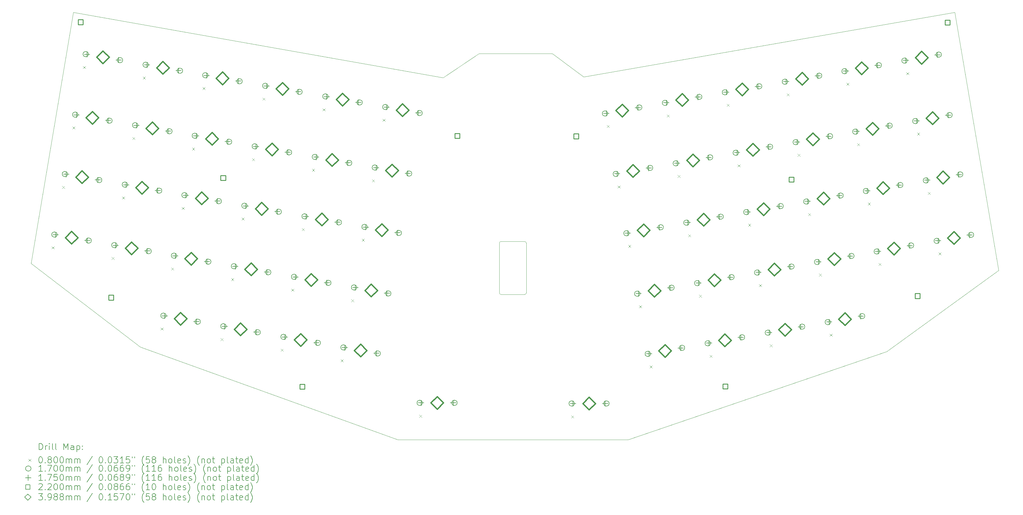
<source format=gbr>
%TF.GenerationSoftware,KiCad,Pcbnew,(6.0.7)*%
%TF.CreationDate,2022-11-03T11:55:03-07:00*%
%TF.ProjectId,gigan rev2,67696761-6e20-4726-9576-322e6b696361,rev?*%
%TF.SameCoordinates,Original*%
%TF.FileFunction,Drillmap*%
%TF.FilePolarity,Positive*%
%FSLAX45Y45*%
G04 Gerber Fmt 4.5, Leading zero omitted, Abs format (unit mm)*
G04 Created by KiCad (PCBNEW (6.0.7)) date 2022-11-03 11:55:03*
%MOMM*%
%LPD*%
G01*
G04 APERTURE LIST*
%ADD10C,0.100000*%
%ADD11C,0.200000*%
%ADD12C,0.080000*%
%ADD13C,0.170000*%
%ADD14C,0.175000*%
%ADD15C,0.220000*%
%ADD16C,0.398780*%
G04 APERTURE END LIST*
D10*
X20651822Y-14649832D02*
X21401822Y-14649832D01*
X20601822Y-14599832D02*
X20601822Y-13024832D01*
X34999880Y-5734120D02*
X36386720Y-13887520D01*
X7125920Y-5734120D02*
X18820080Y-7796600D01*
X24674780Y-19239300D02*
X17395140Y-19234220D01*
X20651822Y-12974832D02*
X21401822Y-12974832D01*
X20601818Y-14599832D02*
G75*
G03*
X20651822Y-14649832I50002J2D01*
G01*
X19958000Y-7039680D02*
X22274480Y-7039680D01*
X5794960Y-13669080D02*
X7125920Y-5734120D01*
X18820080Y-7796600D02*
X19958000Y-7039680D01*
X32851040Y-16452920D02*
X24674780Y-19239300D01*
X9244280Y-16310680D02*
X5794960Y-13669080D01*
X21451822Y-13024832D02*
X21451822Y-14599832D01*
X23265080Y-7776280D02*
X34999880Y-5734120D01*
X17395140Y-19234220D02*
X9244280Y-16310680D01*
X22274480Y-7039680D02*
X23265080Y-7776280D01*
X21451818Y-13024832D02*
G75*
G03*
X21401822Y-12974832I-49998J2D01*
G01*
X36386720Y-13887520D02*
X32851040Y-16452920D01*
X21401822Y-14649832D02*
G75*
G03*
X21451822Y-14599832I-2J50002D01*
G01*
X20651822Y-12974832D02*
G75*
G03*
X20601822Y-13024832I-2J-49998D01*
G01*
D11*
D12*
X6444999Y-13133852D02*
X6524999Y-13213852D01*
X6524999Y-13133852D02*
X6444999Y-13213852D01*
X6776971Y-11221891D02*
X6856971Y-11301891D01*
X6856971Y-11221891D02*
X6776971Y-11301891D01*
X7102768Y-9344950D02*
X7182768Y-9424950D01*
X7182768Y-9344950D02*
X7102768Y-9424950D01*
X7434740Y-7432990D02*
X7514740Y-7512990D01*
X7514740Y-7432990D02*
X7434740Y-7512990D01*
X8341069Y-13468180D02*
X8421069Y-13548180D01*
X8421069Y-13468180D02*
X8341069Y-13548180D01*
X8673041Y-11556219D02*
X8753041Y-11636219D01*
X8753041Y-11556219D02*
X8673041Y-11636219D01*
X8998838Y-9679279D02*
X9078838Y-9759279D01*
X9078838Y-9679279D02*
X8998838Y-9759279D01*
X9330810Y-7767318D02*
X9410810Y-7847318D01*
X9410810Y-7767318D02*
X9330810Y-7847318D01*
X9892805Y-15696814D02*
X9972805Y-15776814D01*
X9972805Y-15696814D02*
X9892805Y-15776814D01*
X10227133Y-13800744D02*
X10307133Y-13880744D01*
X10307133Y-13800744D02*
X10227133Y-13880744D01*
X10559105Y-11888783D02*
X10639105Y-11968783D01*
X10639105Y-11888783D02*
X10559105Y-11968783D01*
X10884902Y-10011843D02*
X10964902Y-10091843D01*
X10964902Y-10011843D02*
X10884902Y-10091843D01*
X11216874Y-8099882D02*
X11296874Y-8179882D01*
X11296874Y-8099882D02*
X11216874Y-8179882D01*
X11788875Y-16031143D02*
X11868875Y-16111143D01*
X11868875Y-16031143D02*
X11788875Y-16111143D01*
X12123203Y-14135072D02*
X12203203Y-14215072D01*
X12203203Y-14135072D02*
X12123203Y-14215072D01*
X12455175Y-12223112D02*
X12535175Y-12303112D01*
X12535175Y-12223112D02*
X12455175Y-12303112D01*
X12780972Y-10346171D02*
X12860972Y-10426171D01*
X12860972Y-10346171D02*
X12780972Y-10426171D01*
X13112944Y-8434210D02*
X13192944Y-8514210D01*
X13192944Y-8434210D02*
X13112944Y-8514210D01*
X13689948Y-16366353D02*
X13769948Y-16446353D01*
X13769948Y-16366353D02*
X13689948Y-16446353D01*
X14024276Y-14470283D02*
X14104276Y-14550283D01*
X14104276Y-14470283D02*
X14024276Y-14550283D01*
X14356248Y-12558322D02*
X14436248Y-12638322D01*
X14436248Y-12558322D02*
X14356248Y-12638322D01*
X14682045Y-10681382D02*
X14762045Y-10761382D01*
X14762045Y-10681382D02*
X14682045Y-10761382D01*
X15014017Y-8769421D02*
X15094017Y-8849421D01*
X15094017Y-8769421D02*
X15014017Y-8849421D01*
X15586018Y-16700681D02*
X15666018Y-16780681D01*
X15666018Y-16700681D02*
X15586018Y-16780681D01*
X15920346Y-14804611D02*
X16000346Y-14884611D01*
X16000346Y-14804611D02*
X15920346Y-14884611D01*
X16252318Y-12892651D02*
X16332318Y-12972651D01*
X16332318Y-12892651D02*
X16252318Y-12972651D01*
X16578115Y-11015710D02*
X16658115Y-11095710D01*
X16658115Y-11015710D02*
X16578115Y-11095710D01*
X16910087Y-9103749D02*
X16990087Y-9183749D01*
X16990087Y-9103749D02*
X16910087Y-9183749D01*
X18070120Y-18453440D02*
X18150120Y-18533440D01*
X18150120Y-18453440D02*
X18070120Y-18533440D01*
X22875800Y-18473760D02*
X22955800Y-18553760D01*
X22955800Y-18473760D02*
X22875800Y-18553760D01*
X24002767Y-9298738D02*
X24082767Y-9378738D01*
X24082767Y-9298738D02*
X24002767Y-9378738D01*
X24344744Y-11208934D02*
X24424744Y-11288934D01*
X24424744Y-11208934D02*
X24344744Y-11288934D01*
X24680547Y-13084110D02*
X24760547Y-13164110D01*
X24760547Y-13084110D02*
X24680547Y-13164110D01*
X25022524Y-14994307D02*
X25102524Y-15074307D01*
X25102524Y-14994307D02*
X25022524Y-15074307D01*
X25355434Y-16894770D02*
X25435434Y-16974770D01*
X25435434Y-16894770D02*
X25355434Y-16974770D01*
X25898837Y-8964409D02*
X25978837Y-9044409D01*
X25978837Y-8964409D02*
X25898837Y-9044409D01*
X26240814Y-10874605D02*
X26320814Y-10954605D01*
X26320814Y-10874605D02*
X26240814Y-10954605D01*
X26576617Y-12749782D02*
X26656617Y-12829782D01*
X26656617Y-12749782D02*
X26576617Y-12829782D01*
X26918594Y-14659978D02*
X26998594Y-14739978D01*
X26998594Y-14659978D02*
X26918594Y-14739978D01*
X27251504Y-16560442D02*
X27331504Y-16640442D01*
X27331504Y-16560442D02*
X27251504Y-16640442D01*
X27794907Y-8630081D02*
X27874907Y-8710081D01*
X27874907Y-8630081D02*
X27794907Y-8710081D01*
X28136884Y-10540277D02*
X28216884Y-10620277D01*
X28216884Y-10540277D02*
X28136884Y-10620277D01*
X28472687Y-12415454D02*
X28552687Y-12495454D01*
X28552687Y-12415454D02*
X28472687Y-12495454D01*
X28814665Y-14325650D02*
X28894665Y-14405650D01*
X28894665Y-14325650D02*
X28814665Y-14405650D01*
X29152577Y-16225231D02*
X29232577Y-16305231D01*
X29232577Y-16225231D02*
X29152577Y-16305231D01*
X29690977Y-8295752D02*
X29770977Y-8375752D01*
X29770977Y-8295752D02*
X29690977Y-8375752D01*
X30032954Y-10205949D02*
X30112954Y-10285949D01*
X30112954Y-10205949D02*
X30032954Y-10285949D01*
X30368757Y-12081126D02*
X30448757Y-12161126D01*
X30448757Y-12081126D02*
X30368757Y-12161126D01*
X30710735Y-13991322D02*
X30790735Y-14071322D01*
X30790735Y-13991322D02*
X30710735Y-14071322D01*
X31048647Y-15890903D02*
X31128647Y-15970903D01*
X31128647Y-15890903D02*
X31048647Y-15970903D01*
X31577041Y-7963188D02*
X31657041Y-8043188D01*
X31657041Y-7963188D02*
X31577041Y-8043188D01*
X31919019Y-9873385D02*
X31999019Y-9953385D01*
X31999019Y-9873385D02*
X31919019Y-9953385D01*
X32254821Y-11748561D02*
X32334821Y-11828561D01*
X32334821Y-11748561D02*
X32254821Y-11828561D01*
X32596799Y-13658758D02*
X32676799Y-13738758D01*
X32676799Y-13658758D02*
X32596799Y-13738758D01*
X33473111Y-7628860D02*
X33553111Y-7708860D01*
X33553111Y-7628860D02*
X33473111Y-7708860D01*
X33815089Y-9539057D02*
X33895089Y-9619057D01*
X33895089Y-9539057D02*
X33815089Y-9619057D01*
X34150892Y-11414233D02*
X34230892Y-11494233D01*
X34230892Y-11414233D02*
X34150892Y-11494233D01*
X34492869Y-13324429D02*
X34572869Y-13404429D01*
X34572869Y-13324429D02*
X34492869Y-13404429D01*
D13*
X6615356Y-12755370D02*
G75*
G03*
X6615356Y-12755370I-85000J0D01*
G01*
X6947328Y-10843410D02*
G75*
G03*
X6947328Y-10843410I-85000J0D01*
G01*
X7273125Y-8966469D02*
G75*
G03*
X7273125Y-8966469I-85000J0D01*
G01*
X7605097Y-7054508D02*
G75*
G03*
X7605097Y-7054508I-85000J0D01*
G01*
X7698645Y-12946383D02*
G75*
G03*
X7698645Y-12946383I-85000J0D01*
G01*
X8030617Y-11034423D02*
G75*
G03*
X8030617Y-11034423I-85000J0D01*
G01*
X8356414Y-9157482D02*
G75*
G03*
X8356414Y-9157482I-85000J0D01*
G01*
X8511427Y-13089699D02*
G75*
G03*
X8511427Y-13089699I-85000J0D01*
G01*
X8688386Y-7245521D02*
G75*
G03*
X8688386Y-7245521I-85000J0D01*
G01*
X8843398Y-11177738D02*
G75*
G03*
X8843398Y-11177738I-85000J0D01*
G01*
X9169195Y-9300797D02*
G75*
G03*
X9169195Y-9300797I-85000J0D01*
G01*
X9501167Y-7388836D02*
G75*
G03*
X9501167Y-7388836I-85000J0D01*
G01*
X9594715Y-13280712D02*
G75*
G03*
X9594715Y-13280712I-85000J0D01*
G01*
X9926687Y-11368751D02*
G75*
G03*
X9926687Y-11368751I-85000J0D01*
G01*
X10063163Y-15318333D02*
G75*
G03*
X10063163Y-15318333I-85000J0D01*
G01*
X10252484Y-9491810D02*
G75*
G03*
X10252484Y-9491810I-85000J0D01*
G01*
X10397491Y-13422263D02*
G75*
G03*
X10397491Y-13422263I-85000J0D01*
G01*
X10584456Y-7579849D02*
G75*
G03*
X10584456Y-7579849I-85000J0D01*
G01*
X10729463Y-11510302D02*
G75*
G03*
X10729463Y-11510302I-85000J0D01*
G01*
X11055260Y-9633361D02*
G75*
G03*
X11055260Y-9633361I-85000J0D01*
G01*
X11146451Y-15509346D02*
G75*
G03*
X11146451Y-15509346I-85000J0D01*
G01*
X11387232Y-7721401D02*
G75*
G03*
X11387232Y-7721401I-85000J0D01*
G01*
X11480779Y-13613276D02*
G75*
G03*
X11480779Y-13613276I-85000J0D01*
G01*
X11812751Y-11701315D02*
G75*
G03*
X11812751Y-11701315I-85000J0D01*
G01*
X11959233Y-15652661D02*
G75*
G03*
X11959233Y-15652661I-85000J0D01*
G01*
X12138548Y-9824374D02*
G75*
G03*
X12138548Y-9824374I-85000J0D01*
G01*
X12293561Y-13756591D02*
G75*
G03*
X12293561Y-13756591I-85000J0D01*
G01*
X12470520Y-7912414D02*
G75*
G03*
X12470520Y-7912414I-85000J0D01*
G01*
X12625533Y-11844630D02*
G75*
G03*
X12625533Y-11844630I-85000J0D01*
G01*
X12951330Y-9967690D02*
G75*
G03*
X12951330Y-9967690I-85000J0D01*
G01*
X13042521Y-15843674D02*
G75*
G03*
X13042521Y-15843674I-85000J0D01*
G01*
X13283302Y-8055729D02*
G75*
G03*
X13283302Y-8055729I-85000J0D01*
G01*
X13376850Y-13947604D02*
G75*
G03*
X13376850Y-13947604I-85000J0D01*
G01*
X13708821Y-12035643D02*
G75*
G03*
X13708821Y-12035643I-85000J0D01*
G01*
X13860306Y-15987872D02*
G75*
G03*
X13860306Y-15987872I-85000J0D01*
G01*
X14034618Y-10158703D02*
G75*
G03*
X14034618Y-10158703I-85000J0D01*
G01*
X14194634Y-14091802D02*
G75*
G03*
X14194634Y-14091802I-85000J0D01*
G01*
X14366590Y-8246742D02*
G75*
G03*
X14366590Y-8246742I-85000J0D01*
G01*
X14526606Y-12179841D02*
G75*
G03*
X14526606Y-12179841I-85000J0D01*
G01*
X14852403Y-10302900D02*
G75*
G03*
X14852403Y-10302900I-85000J0D01*
G01*
X14943594Y-16178885D02*
G75*
G03*
X14943594Y-16178885I-85000J0D01*
G01*
X15184375Y-8390939D02*
G75*
G03*
X15184375Y-8390939I-85000J0D01*
G01*
X15277923Y-14282815D02*
G75*
G03*
X15277923Y-14282815I-85000J0D01*
G01*
X15609894Y-12370854D02*
G75*
G03*
X15609894Y-12370854I-85000J0D01*
G01*
X15756376Y-16322200D02*
G75*
G03*
X15756376Y-16322200I-85000J0D01*
G01*
X15935691Y-10493913D02*
G75*
G03*
X15935691Y-10493913I-85000J0D01*
G01*
X16090704Y-14426130D02*
G75*
G03*
X16090704Y-14426130I-85000J0D01*
G01*
X16267663Y-8581952D02*
G75*
G03*
X16267663Y-8581952I-85000J0D01*
G01*
X16422676Y-12514169D02*
G75*
G03*
X16422676Y-12514169I-85000J0D01*
G01*
X16748473Y-10637228D02*
G75*
G03*
X16748473Y-10637228I-85000J0D01*
G01*
X16839664Y-16513213D02*
G75*
G03*
X16839664Y-16513213I-85000J0D01*
G01*
X17080445Y-8725268D02*
G75*
G03*
X17080445Y-8725268I-85000J0D01*
G01*
X17173993Y-14617143D02*
G75*
G03*
X17173993Y-14617143I-85000J0D01*
G01*
X17505964Y-12705182D02*
G75*
G03*
X17505964Y-12705182I-85000J0D01*
G01*
X17831761Y-10828241D02*
G75*
G03*
X17831761Y-10828241I-85000J0D01*
G01*
X18163733Y-8916281D02*
G75*
G03*
X18163733Y-8916281I-85000J0D01*
G01*
X18167120Y-18073440D02*
G75*
G03*
X18167120Y-18073440I-85000J0D01*
G01*
X19267120Y-18073440D02*
G75*
G03*
X19267120Y-18073440I-85000J0D01*
G01*
X22972800Y-18093760D02*
G75*
G03*
X22972800Y-18093760I-85000J0D01*
G01*
X24027260Y-8929980D02*
G75*
G03*
X24027260Y-8929980I-85000J0D01*
G01*
X24072800Y-18093760D02*
G75*
G03*
X24072800Y-18093760I-85000J0D01*
G01*
X24369237Y-10840177D02*
G75*
G03*
X24369237Y-10840177I-85000J0D01*
G01*
X24705040Y-12715353D02*
G75*
G03*
X24705040Y-12715353I-85000J0D01*
G01*
X25047017Y-14625550D02*
G75*
G03*
X25047017Y-14625550I-85000J0D01*
G01*
X25110549Y-8738967D02*
G75*
G03*
X25110549Y-8738967I-85000J0D01*
G01*
X25379927Y-16526013D02*
G75*
G03*
X25379927Y-16526013I-85000J0D01*
G01*
X25452526Y-10649164D02*
G75*
G03*
X25452526Y-10649164I-85000J0D01*
G01*
X25788329Y-12524340D02*
G75*
G03*
X25788329Y-12524340I-85000J0D01*
G01*
X25923330Y-8595652D02*
G75*
G03*
X25923330Y-8595652I-85000J0D01*
G01*
X26130306Y-14434537D02*
G75*
G03*
X26130306Y-14434537I-85000J0D01*
G01*
X26265308Y-10505848D02*
G75*
G03*
X26265308Y-10505848I-85000J0D01*
G01*
X26463216Y-16335000D02*
G75*
G03*
X26463216Y-16335000I-85000J0D01*
G01*
X26601110Y-12381025D02*
G75*
G03*
X26601110Y-12381025I-85000J0D01*
G01*
X26943088Y-14291221D02*
G75*
G03*
X26943088Y-14291221I-85000J0D01*
G01*
X27006618Y-8404639D02*
G75*
G03*
X27006618Y-8404639I-85000J0D01*
G01*
X27275997Y-16191685D02*
G75*
G03*
X27275997Y-16191685I-85000J0D01*
G01*
X27348596Y-10314835D02*
G75*
G03*
X27348596Y-10314835I-85000J0D01*
G01*
X27684399Y-12190012D02*
G75*
G03*
X27684399Y-12190012I-85000J0D01*
G01*
X27819400Y-8261324D02*
G75*
G03*
X27819400Y-8261324I-85000J0D01*
G01*
X28026376Y-14100208D02*
G75*
G03*
X28026376Y-14100208I-85000J0D01*
G01*
X28161377Y-10171520D02*
G75*
G03*
X28161377Y-10171520I-85000J0D01*
G01*
X28359286Y-16000672D02*
G75*
G03*
X28359286Y-16000672I-85000J0D01*
G01*
X28497180Y-12046697D02*
G75*
G03*
X28497180Y-12046697I-85000J0D01*
G01*
X28839158Y-13956893D02*
G75*
G03*
X28839158Y-13956893I-85000J0D01*
G01*
X28902689Y-8070311D02*
G75*
G03*
X28902689Y-8070311I-85000J0D01*
G01*
X29177070Y-15856474D02*
G75*
G03*
X29177070Y-15856474I-85000J0D01*
G01*
X29244666Y-9980507D02*
G75*
G03*
X29244666Y-9980507I-85000J0D01*
G01*
X29580469Y-11855684D02*
G75*
G03*
X29580469Y-11855684I-85000J0D01*
G01*
X29715470Y-7926995D02*
G75*
G03*
X29715470Y-7926995I-85000J0D01*
G01*
X29922446Y-13765880D02*
G75*
G03*
X29922446Y-13765880I-85000J0D01*
G01*
X30057448Y-9837192D02*
G75*
G03*
X30057448Y-9837192I-85000J0D01*
G01*
X30260359Y-15665461D02*
G75*
G03*
X30260359Y-15665461I-85000J0D01*
G01*
X30393250Y-11712368D02*
G75*
G03*
X30393250Y-11712368I-85000J0D01*
G01*
X30735228Y-13622565D02*
G75*
G03*
X30735228Y-13622565I-85000J0D01*
G01*
X30798759Y-7735982D02*
G75*
G03*
X30798759Y-7735982I-85000J0D01*
G01*
X31073140Y-15522146D02*
G75*
G03*
X31073140Y-15522146I-85000J0D01*
G01*
X31140736Y-9646179D02*
G75*
G03*
X31140736Y-9646179I-85000J0D01*
G01*
X31476539Y-11521355D02*
G75*
G03*
X31476539Y-11521355I-85000J0D01*
G01*
X31601535Y-7594431D02*
G75*
G03*
X31601535Y-7594431I-85000J0D01*
G01*
X31818516Y-13431552D02*
G75*
G03*
X31818516Y-13431552I-85000J0D01*
G01*
X31943512Y-9504628D02*
G75*
G03*
X31943512Y-9504628I-85000J0D01*
G01*
X32156429Y-15331133D02*
G75*
G03*
X32156429Y-15331133I-85000J0D01*
G01*
X32279315Y-11379804D02*
G75*
G03*
X32279315Y-11379804I-85000J0D01*
G01*
X32621292Y-13290001D02*
G75*
G03*
X32621292Y-13290001I-85000J0D01*
G01*
X32684823Y-7403418D02*
G75*
G03*
X32684823Y-7403418I-85000J0D01*
G01*
X33026801Y-9313615D02*
G75*
G03*
X33026801Y-9313615I-85000J0D01*
G01*
X33362603Y-11188791D02*
G75*
G03*
X33362603Y-11188791I-85000J0D01*
G01*
X33497604Y-7260103D02*
G75*
G03*
X33497604Y-7260103I-85000J0D01*
G01*
X33704581Y-13098988D02*
G75*
G03*
X33704581Y-13098988I-85000J0D01*
G01*
X33839582Y-9170300D02*
G75*
G03*
X33839582Y-9170300I-85000J0D01*
G01*
X34175385Y-11045476D02*
G75*
G03*
X34175385Y-11045476I-85000J0D01*
G01*
X34517362Y-12955672D02*
G75*
G03*
X34517362Y-12955672I-85000J0D01*
G01*
X34580893Y-7069090D02*
G75*
G03*
X34580893Y-7069090I-85000J0D01*
G01*
X34922871Y-8979287D02*
G75*
G03*
X34922871Y-8979287I-85000J0D01*
G01*
X35258673Y-10854463D02*
G75*
G03*
X35258673Y-10854463I-85000J0D01*
G01*
X35600651Y-12764659D02*
G75*
G03*
X35600651Y-12764659I-85000J0D01*
G01*
D14*
X6571718Y-12675164D02*
X6571718Y-12850164D01*
X6484218Y-12762664D02*
X6659218Y-12762664D01*
X6903690Y-10763203D02*
X6903690Y-10938203D01*
X6816190Y-10850703D02*
X6991190Y-10850703D01*
X7229487Y-8886262D02*
X7229487Y-9061262D01*
X7141987Y-8973762D02*
X7316987Y-8973762D01*
X7561459Y-6974301D02*
X7561459Y-7149301D01*
X7473959Y-7061801D02*
X7648959Y-7061801D01*
X7572283Y-12851590D02*
X7572283Y-13026590D01*
X7484783Y-12939090D02*
X7659783Y-12939090D01*
X7904255Y-10939630D02*
X7904255Y-11114630D01*
X7816755Y-11027130D02*
X7991755Y-11027130D01*
X8230052Y-9062689D02*
X8230052Y-9237689D01*
X8142552Y-9150189D02*
X8317552Y-9150189D01*
X8467789Y-13009492D02*
X8467789Y-13184492D01*
X8380288Y-13096992D02*
X8555289Y-13096992D01*
X8562024Y-7150728D02*
X8562024Y-7325728D01*
X8474524Y-7238228D02*
X8649524Y-7238228D01*
X8799760Y-11097531D02*
X8799760Y-11272531D01*
X8712260Y-11185031D02*
X8887260Y-11185031D01*
X9125557Y-9220591D02*
X9125557Y-9395591D01*
X9038057Y-9308091D02*
X9213057Y-9308091D01*
X9457529Y-7308630D02*
X9457529Y-7483630D01*
X9370029Y-7396130D02*
X9545029Y-7396130D01*
X9468353Y-13185919D02*
X9468353Y-13360919D01*
X9380853Y-13273419D02*
X9555853Y-13273419D01*
X9800325Y-11273958D02*
X9800325Y-11448958D01*
X9712825Y-11361458D02*
X9887825Y-11361458D01*
X10019525Y-15238126D02*
X10019525Y-15413126D01*
X9932025Y-15325626D02*
X10107025Y-15325626D01*
X10126122Y-9397017D02*
X10126122Y-9572017D01*
X10038622Y-9484517D02*
X10213622Y-9484517D01*
X10353853Y-13342056D02*
X10353853Y-13517056D01*
X10266353Y-13429556D02*
X10441353Y-13429556D01*
X10458094Y-7485056D02*
X10458094Y-7660056D01*
X10370594Y-7572556D02*
X10545594Y-7572556D01*
X10685825Y-11430095D02*
X10685825Y-11605095D01*
X10598325Y-11517595D02*
X10773325Y-11517595D01*
X11011622Y-9553154D02*
X11011622Y-9728154D01*
X10924122Y-9640654D02*
X11099122Y-9640654D01*
X11020089Y-15414553D02*
X11020089Y-15589553D01*
X10932589Y-15502053D02*
X11107589Y-15502053D01*
X11343594Y-7641194D02*
X11343594Y-7816194D01*
X11256094Y-7728694D02*
X11431094Y-7728694D01*
X11354417Y-13518483D02*
X11354417Y-13693483D01*
X11266917Y-13605983D02*
X11441917Y-13605983D01*
X11686389Y-11606522D02*
X11686389Y-11781522D01*
X11598889Y-11694022D02*
X11773889Y-11694022D01*
X11915595Y-15572454D02*
X11915595Y-15747454D01*
X11828095Y-15659954D02*
X12003095Y-15659954D01*
X12012186Y-9729581D02*
X12012186Y-9904581D01*
X11924686Y-9817081D02*
X12099686Y-9817081D01*
X12249923Y-13676384D02*
X12249923Y-13851384D01*
X12162423Y-13763884D02*
X12337423Y-13763884D01*
X12344158Y-7817620D02*
X12344158Y-7992620D01*
X12256658Y-7905120D02*
X12431658Y-7905120D01*
X12581895Y-11764424D02*
X12581895Y-11939424D01*
X12494395Y-11851924D02*
X12669395Y-11851924D01*
X12907692Y-9887483D02*
X12907692Y-10062483D01*
X12820192Y-9974983D02*
X12995192Y-9974983D01*
X12916159Y-15748881D02*
X12916159Y-15923881D01*
X12828659Y-15836381D02*
X13003659Y-15836381D01*
X13239664Y-7975522D02*
X13239664Y-8150522D01*
X13152164Y-8063022D02*
X13327164Y-8063022D01*
X13250488Y-13852811D02*
X13250488Y-14027811D01*
X13162988Y-13940311D02*
X13337988Y-13940311D01*
X13582459Y-11940850D02*
X13582459Y-12115850D01*
X13494959Y-12028350D02*
X13669959Y-12028350D01*
X13816668Y-15907665D02*
X13816668Y-16082665D01*
X13729168Y-15995165D02*
X13904168Y-15995165D01*
X13908256Y-10063909D02*
X13908256Y-10238909D01*
X13820756Y-10151409D02*
X13995756Y-10151409D01*
X14150996Y-14011595D02*
X14150996Y-14186595D01*
X14063496Y-14099095D02*
X14238496Y-14099095D01*
X14240228Y-8151949D02*
X14240228Y-8326949D01*
X14152728Y-8239449D02*
X14327728Y-8239449D01*
X14482968Y-12099634D02*
X14482968Y-12274634D01*
X14395468Y-12187134D02*
X14570468Y-12187134D01*
X14808765Y-10222693D02*
X14808765Y-10397693D01*
X14721265Y-10310193D02*
X14896265Y-10310193D01*
X14817232Y-16084091D02*
X14817232Y-16259091D01*
X14729732Y-16171591D02*
X14904732Y-16171591D01*
X15140737Y-8310732D02*
X15140737Y-8485733D01*
X15053237Y-8398233D02*
X15228237Y-8398233D01*
X15151561Y-14188021D02*
X15151561Y-14363021D01*
X15064061Y-14275521D02*
X15239061Y-14275521D01*
X15483532Y-12276061D02*
X15483532Y-12451061D01*
X15396032Y-12363561D02*
X15571032Y-12363561D01*
X15712738Y-16241993D02*
X15712738Y-16416993D01*
X15625238Y-16329493D02*
X15800238Y-16329493D01*
X15809329Y-10399120D02*
X15809329Y-10574120D01*
X15721829Y-10486620D02*
X15896829Y-10486620D01*
X16047066Y-14345923D02*
X16047066Y-14520923D01*
X15959566Y-14433423D02*
X16134566Y-14433423D01*
X16141301Y-8487159D02*
X16141301Y-8662159D01*
X16053801Y-8574659D02*
X16228801Y-8574659D01*
X16379038Y-12433962D02*
X16379038Y-12608962D01*
X16291538Y-12521462D02*
X16466538Y-12521462D01*
X16704835Y-10557022D02*
X16704835Y-10732022D01*
X16617335Y-10644522D02*
X16792335Y-10644522D01*
X16713302Y-16418420D02*
X16713302Y-16593420D01*
X16625802Y-16505920D02*
X16800802Y-16505920D01*
X17036807Y-8645061D02*
X17036807Y-8820061D01*
X16949307Y-8732561D02*
X17124307Y-8732561D01*
X17047631Y-14522350D02*
X17047631Y-14697350D01*
X16960131Y-14609850D02*
X17135131Y-14609850D01*
X17379602Y-12610389D02*
X17379602Y-12785389D01*
X17292102Y-12697889D02*
X17467102Y-12697889D01*
X17705399Y-10733448D02*
X17705399Y-10908448D01*
X17617899Y-10820948D02*
X17792899Y-10820948D01*
X18037371Y-8821487D02*
X18037371Y-8996487D01*
X17949871Y-8908987D02*
X18124871Y-8908987D01*
X18124120Y-17985940D02*
X18124120Y-18160940D01*
X18036620Y-18073440D02*
X18211620Y-18073440D01*
X19140120Y-17985940D02*
X19140120Y-18160940D01*
X19052620Y-18073440D02*
X19227620Y-18073440D01*
X22929800Y-18006260D02*
X22929800Y-18181260D01*
X22842300Y-18093760D02*
X23017300Y-18093760D01*
X23945800Y-18006260D02*
X23945800Y-18181260D01*
X23858300Y-18093760D02*
X24033300Y-18093760D01*
X23983622Y-8835187D02*
X23983622Y-9010187D01*
X23896122Y-8922687D02*
X24071122Y-8922687D01*
X24325599Y-10745384D02*
X24325599Y-10920384D01*
X24238099Y-10832884D02*
X24413099Y-10832884D01*
X24661402Y-12620560D02*
X24661402Y-12795560D01*
X24573902Y-12708060D02*
X24748902Y-12708060D01*
X24984187Y-8658761D02*
X24984187Y-8833761D01*
X24896687Y-8746261D02*
X25071687Y-8746261D01*
X25003379Y-14530756D02*
X25003379Y-14705756D01*
X24915879Y-14618256D02*
X25090879Y-14618256D01*
X25326164Y-10568957D02*
X25326164Y-10743957D01*
X25238664Y-10656457D02*
X25413664Y-10656457D01*
X25336289Y-16431220D02*
X25336289Y-16606220D01*
X25248789Y-16518720D02*
X25423789Y-16518720D01*
X25661967Y-12444133D02*
X25661967Y-12619133D01*
X25574467Y-12531633D02*
X25749467Y-12531633D01*
X25879692Y-8500859D02*
X25879692Y-8675859D01*
X25792192Y-8588359D02*
X25967192Y-8588359D01*
X26003944Y-14354330D02*
X26003944Y-14529330D01*
X25916444Y-14441830D02*
X26091444Y-14441830D01*
X26221670Y-10411055D02*
X26221670Y-10586055D01*
X26134170Y-10498555D02*
X26309170Y-10498555D01*
X26336854Y-16254793D02*
X26336854Y-16429793D01*
X26249354Y-16342293D02*
X26424354Y-16342293D01*
X26557472Y-12286232D02*
X26557472Y-12461232D01*
X26469972Y-12373732D02*
X26644972Y-12373732D01*
X26880256Y-8324432D02*
X26880256Y-8499432D01*
X26792756Y-8411932D02*
X26967756Y-8411932D01*
X26899450Y-14196428D02*
X26899450Y-14371428D01*
X26811950Y-14283928D02*
X26986950Y-14283928D01*
X27222234Y-10234629D02*
X27222234Y-10409629D01*
X27134734Y-10322129D02*
X27309734Y-10322129D01*
X27232359Y-16096891D02*
X27232359Y-16271891D01*
X27144859Y-16184391D02*
X27319859Y-16184391D01*
X27558037Y-12109805D02*
X27558037Y-12284805D01*
X27470537Y-12197305D02*
X27645537Y-12197305D01*
X27775762Y-8166530D02*
X27775762Y-8341530D01*
X27688262Y-8254030D02*
X27863262Y-8254030D01*
X27900014Y-14020002D02*
X27900014Y-14195002D01*
X27812514Y-14107502D02*
X27987514Y-14107502D01*
X28117739Y-10076727D02*
X28117739Y-10251727D01*
X28030239Y-10164227D02*
X28205239Y-10164227D01*
X28232924Y-15920465D02*
X28232924Y-16095465D01*
X28145424Y-16007965D02*
X28320424Y-16007965D01*
X28453542Y-11951903D02*
X28453542Y-12126903D01*
X28366042Y-12039403D02*
X28541042Y-12039403D01*
X28776327Y-7990104D02*
X28776327Y-8165104D01*
X28688827Y-8077604D02*
X28863827Y-8077604D01*
X28795520Y-13862100D02*
X28795520Y-14037100D01*
X28708020Y-13949600D02*
X28883020Y-13949600D01*
X29118304Y-9900300D02*
X29118304Y-10075300D01*
X29030804Y-9987800D02*
X29205804Y-9987800D01*
X29133432Y-15761681D02*
X29133432Y-15936681D01*
X29045932Y-15849181D02*
X29220932Y-15849181D01*
X29454107Y-11775477D02*
X29454107Y-11950477D01*
X29366607Y-11862977D02*
X29541607Y-11862977D01*
X29671832Y-7832202D02*
X29671832Y-8007202D01*
X29584332Y-7919702D02*
X29759332Y-7919702D01*
X29796084Y-13685673D02*
X29796084Y-13860673D01*
X29708584Y-13773173D02*
X29883584Y-13773173D01*
X30013810Y-9742399D02*
X30013810Y-9917399D01*
X29926310Y-9829899D02*
X30101310Y-9829899D01*
X30133997Y-15585254D02*
X30133997Y-15760254D01*
X30046497Y-15672754D02*
X30221497Y-15672754D01*
X30349612Y-11617575D02*
X30349612Y-11792575D01*
X30262112Y-11705075D02*
X30437112Y-11705075D01*
X30672397Y-7655775D02*
X30672397Y-7830775D01*
X30584897Y-7743275D02*
X30759897Y-7743275D01*
X30691590Y-13527772D02*
X30691590Y-13702772D01*
X30604090Y-13615272D02*
X30779090Y-13615272D01*
X31014374Y-9565972D02*
X31014374Y-9740972D01*
X30926874Y-9653472D02*
X31101874Y-9653472D01*
X31029502Y-15427353D02*
X31029502Y-15602353D01*
X30942002Y-15514853D02*
X31117002Y-15514853D01*
X31350177Y-11441149D02*
X31350177Y-11616149D01*
X31262677Y-11528649D02*
X31437677Y-11528649D01*
X31557897Y-7499638D02*
X31557897Y-7674638D01*
X31470397Y-7587138D02*
X31645397Y-7587138D01*
X31692154Y-13351345D02*
X31692154Y-13526345D01*
X31604654Y-13438845D02*
X31779654Y-13438845D01*
X31899874Y-9409835D02*
X31899874Y-9584835D01*
X31812374Y-9497335D02*
X31987374Y-9497335D01*
X32030067Y-15250926D02*
X32030067Y-15425926D01*
X31942567Y-15338426D02*
X32117567Y-15338426D01*
X32235677Y-11285011D02*
X32235677Y-11460011D01*
X32148177Y-11372511D02*
X32323177Y-11372511D01*
X32558461Y-7323211D02*
X32558461Y-7498211D01*
X32470961Y-7410711D02*
X32645961Y-7410711D01*
X32577654Y-13195207D02*
X32577654Y-13370207D01*
X32490154Y-13282707D02*
X32665154Y-13282707D01*
X32900439Y-9233408D02*
X32900439Y-9408408D01*
X32812939Y-9320908D02*
X32987939Y-9320908D01*
X33236241Y-11108585D02*
X33236241Y-11283584D01*
X33148741Y-11196084D02*
X33323741Y-11196084D01*
X33453966Y-7165310D02*
X33453966Y-7340310D01*
X33366466Y-7252810D02*
X33541466Y-7252810D01*
X33578219Y-13018781D02*
X33578219Y-13193781D01*
X33490719Y-13106281D02*
X33665719Y-13106281D01*
X33795944Y-9075506D02*
X33795944Y-9250506D01*
X33708444Y-9163006D02*
X33883444Y-9163006D01*
X34131747Y-10950683D02*
X34131747Y-11125683D01*
X34044247Y-11038183D02*
X34219247Y-11038183D01*
X34454531Y-6988883D02*
X34454531Y-7163883D01*
X34367031Y-7076383D02*
X34542031Y-7076383D01*
X34473724Y-12860879D02*
X34473724Y-13035879D01*
X34386224Y-12948379D02*
X34561224Y-12948379D01*
X34796509Y-8899080D02*
X34796509Y-9074080D01*
X34709009Y-8986580D02*
X34884009Y-8986580D01*
X35132311Y-10774256D02*
X35132311Y-10949256D01*
X35044811Y-10861756D02*
X35219811Y-10861756D01*
X35474289Y-12684453D02*
X35474289Y-12859453D01*
X35386789Y-12771953D02*
X35561789Y-12771953D01*
D15*
X7437382Y-6121782D02*
X7437382Y-5966217D01*
X7281817Y-5966217D01*
X7281817Y-6121782D01*
X7437382Y-6121782D01*
X8402583Y-14823822D02*
X8402583Y-14668257D01*
X8247017Y-14668257D01*
X8247017Y-14823822D01*
X8402583Y-14823822D01*
X11943342Y-11044303D02*
X11943342Y-10888738D01*
X11787777Y-10888738D01*
X11787777Y-11044303D01*
X11943342Y-11044303D01*
X14447782Y-17638143D02*
X14447782Y-17482578D01*
X14292217Y-17482578D01*
X14292217Y-17638143D01*
X14447782Y-17638143D01*
X19349983Y-9713343D02*
X19349983Y-9557778D01*
X19194418Y-9557778D01*
X19194418Y-9713343D01*
X19349983Y-9713343D01*
X23109182Y-9728583D02*
X23109182Y-9573018D01*
X22953617Y-9573018D01*
X22953617Y-9728583D01*
X23109182Y-9728583D01*
X27823422Y-17633063D02*
X27823422Y-17477498D01*
X27667857Y-17477498D01*
X27667857Y-17633063D01*
X27823422Y-17633063D01*
X29916382Y-11095103D02*
X29916382Y-10939538D01*
X29760817Y-10939538D01*
X29760817Y-11095103D01*
X29916382Y-11095103D01*
X33904183Y-14773022D02*
X33904183Y-14617457D01*
X33748618Y-14617457D01*
X33748618Y-14773022D01*
X33904183Y-14773022D01*
X34849063Y-6131942D02*
X34849063Y-5976377D01*
X34693498Y-5976377D01*
X34693498Y-6131942D01*
X34849063Y-6131942D01*
D16*
X7072001Y-13050267D02*
X7271391Y-12850877D01*
X7072001Y-12651487D01*
X6872611Y-12850877D01*
X7072001Y-13050267D01*
X7403973Y-11138306D02*
X7603363Y-10938916D01*
X7403973Y-10739526D01*
X7204583Y-10938916D01*
X7403973Y-11138306D01*
X7729770Y-9261366D02*
X7929160Y-9061976D01*
X7729770Y-8862586D01*
X7530380Y-9061976D01*
X7729770Y-9261366D01*
X8061741Y-7349405D02*
X8261131Y-7150015D01*
X8061741Y-6950625D01*
X7862351Y-7150015D01*
X8061741Y-7349405D01*
X8968071Y-13384595D02*
X9167461Y-13185205D01*
X8968071Y-12985815D01*
X8768681Y-13185205D01*
X8968071Y-13384595D01*
X9300043Y-11472635D02*
X9499433Y-11273245D01*
X9300043Y-11073855D01*
X9100653Y-11273245D01*
X9300043Y-11472635D01*
X9625840Y-9595694D02*
X9825230Y-9396304D01*
X9625840Y-9196914D01*
X9426450Y-9396304D01*
X9625840Y-9595694D01*
X9957812Y-7683733D02*
X10157202Y-7484343D01*
X9957812Y-7284953D01*
X9758422Y-7484343D01*
X9957812Y-7683733D01*
X10519807Y-15613229D02*
X10719197Y-15413839D01*
X10519807Y-15214449D01*
X10320417Y-15413839D01*
X10519807Y-15613229D01*
X10854135Y-13717159D02*
X11053525Y-13517769D01*
X10854135Y-13318379D01*
X10654745Y-13517769D01*
X10854135Y-13717159D01*
X11186107Y-11805199D02*
X11385497Y-11605809D01*
X11186107Y-11406419D01*
X10986717Y-11605809D01*
X11186107Y-11805199D01*
X11511904Y-9928258D02*
X11711294Y-9728868D01*
X11511904Y-9529478D01*
X11312514Y-9728868D01*
X11511904Y-9928258D01*
X11843876Y-8016297D02*
X12043266Y-7816907D01*
X11843876Y-7617517D01*
X11644486Y-7816907D01*
X11843876Y-8016297D01*
X12415877Y-15947558D02*
X12615267Y-15748168D01*
X12415877Y-15548778D01*
X12216487Y-15748168D01*
X12415877Y-15947558D01*
X12750205Y-14051488D02*
X12949595Y-13852098D01*
X12750205Y-13652708D01*
X12550815Y-13852098D01*
X12750205Y-14051488D01*
X13082177Y-12139527D02*
X13281567Y-11940137D01*
X13082177Y-11740747D01*
X12882787Y-11940137D01*
X13082177Y-12139527D01*
X13407974Y-10262586D02*
X13607364Y-10063196D01*
X13407974Y-9863806D01*
X13208584Y-10063196D01*
X13407974Y-10262586D01*
X13739946Y-8350625D02*
X13939336Y-8151235D01*
X13739946Y-7951845D01*
X13540556Y-8151235D01*
X13739946Y-8350625D01*
X14316950Y-16282768D02*
X14516340Y-16083378D01*
X14316950Y-15883988D01*
X14117560Y-16083378D01*
X14316950Y-16282768D01*
X14651278Y-14386698D02*
X14850668Y-14187308D01*
X14651278Y-13987918D01*
X14451888Y-14187308D01*
X14651278Y-14386698D01*
X14983250Y-12474737D02*
X15182640Y-12275347D01*
X14983250Y-12075957D01*
X14783860Y-12275347D01*
X14983250Y-12474737D01*
X15309047Y-10597797D02*
X15508437Y-10398407D01*
X15309047Y-10199017D01*
X15109657Y-10398407D01*
X15309047Y-10597797D01*
X15641019Y-8685836D02*
X15840409Y-8486446D01*
X15641019Y-8287056D01*
X15441629Y-8486446D01*
X15641019Y-8685836D01*
X16213020Y-16617096D02*
X16412410Y-16417706D01*
X16213020Y-16218316D01*
X16013630Y-16417706D01*
X16213020Y-16617096D01*
X16547348Y-14721026D02*
X16746738Y-14521636D01*
X16547348Y-14322246D01*
X16347958Y-14521636D01*
X16547348Y-14721026D01*
X16879320Y-12809066D02*
X17078710Y-12609676D01*
X16879320Y-12410286D01*
X16679930Y-12609676D01*
X16879320Y-12809066D01*
X17205117Y-10932125D02*
X17404507Y-10732735D01*
X17205117Y-10533345D01*
X17005727Y-10732735D01*
X17205117Y-10932125D01*
X17537089Y-9020164D02*
X17736479Y-8820774D01*
X17537089Y-8621384D01*
X17337699Y-8820774D01*
X17537089Y-9020164D01*
X18632120Y-18272830D02*
X18831510Y-18073440D01*
X18632120Y-17874050D01*
X18432730Y-18073440D01*
X18632120Y-18272830D01*
X23437800Y-18293150D02*
X23637190Y-18093760D01*
X23437800Y-17894370D01*
X23238410Y-18093760D01*
X23437800Y-18293150D01*
X24483904Y-9033864D02*
X24683294Y-8834474D01*
X24483904Y-8635084D01*
X24284514Y-8834474D01*
X24483904Y-9033864D01*
X24825882Y-10944060D02*
X25025272Y-10744670D01*
X24825882Y-10545280D01*
X24626492Y-10744670D01*
X24825882Y-10944060D01*
X25161684Y-12819237D02*
X25361074Y-12619847D01*
X25161684Y-12420457D01*
X24962294Y-12619847D01*
X25161684Y-12819237D01*
X25503662Y-14729433D02*
X25703052Y-14530043D01*
X25503662Y-14330653D01*
X25304272Y-14530043D01*
X25503662Y-14729433D01*
X25836571Y-16629896D02*
X26035961Y-16430506D01*
X25836571Y-16231116D01*
X25637181Y-16430506D01*
X25836571Y-16629896D01*
X26379974Y-8699536D02*
X26579364Y-8500146D01*
X26379974Y-8300755D01*
X26180584Y-8500146D01*
X26379974Y-8699536D01*
X26721952Y-10609732D02*
X26921342Y-10410342D01*
X26721952Y-10210952D01*
X26522562Y-10410342D01*
X26721952Y-10609732D01*
X27057754Y-12484908D02*
X27257144Y-12285518D01*
X27057754Y-12086128D01*
X26858364Y-12285518D01*
X27057754Y-12484908D01*
X27399732Y-14395105D02*
X27599122Y-14195715D01*
X27399732Y-13996325D01*
X27200342Y-14195715D01*
X27399732Y-14395105D01*
X27732641Y-16295568D02*
X27932031Y-16096178D01*
X27732641Y-15896788D01*
X27533251Y-16096178D01*
X27732641Y-16295568D01*
X28276044Y-8365207D02*
X28475434Y-8165817D01*
X28276044Y-7966427D01*
X28076654Y-8165817D01*
X28276044Y-8365207D01*
X28618022Y-10275404D02*
X28817412Y-10076014D01*
X28618022Y-9876624D01*
X28418632Y-10076014D01*
X28618022Y-10275404D01*
X28953824Y-12150580D02*
X29153214Y-11951190D01*
X28953824Y-11751800D01*
X28754434Y-11951190D01*
X28953824Y-12150580D01*
X29295802Y-14060777D02*
X29495192Y-13861387D01*
X29295802Y-13661997D01*
X29096412Y-13861387D01*
X29295802Y-14060777D01*
X29633714Y-15960358D02*
X29833104Y-15760968D01*
X29633714Y-15561578D01*
X29434324Y-15760968D01*
X29633714Y-15960358D01*
X30172114Y-8030879D02*
X30371504Y-7831489D01*
X30172114Y-7632099D01*
X29972724Y-7831489D01*
X30172114Y-8030879D01*
X30514092Y-9941075D02*
X30713482Y-9741685D01*
X30514092Y-9542295D01*
X30314702Y-9741685D01*
X30514092Y-9941075D01*
X30849894Y-11816252D02*
X31049284Y-11616862D01*
X30849894Y-11417472D01*
X30650504Y-11616862D01*
X30849894Y-11816252D01*
X31191872Y-13726448D02*
X31391262Y-13527058D01*
X31191872Y-13327668D01*
X30992482Y-13527058D01*
X31191872Y-13726448D01*
X31529785Y-15626029D02*
X31729175Y-15426639D01*
X31529785Y-15227249D01*
X31330395Y-15426639D01*
X31529785Y-15626029D01*
X32058179Y-7698315D02*
X32257569Y-7498925D01*
X32058179Y-7299535D01*
X31858789Y-7498925D01*
X32058179Y-7698315D01*
X32400156Y-9608511D02*
X32599546Y-9409121D01*
X32400156Y-9209731D01*
X32200766Y-9409121D01*
X32400156Y-9608511D01*
X32735959Y-11483688D02*
X32935349Y-11284298D01*
X32735959Y-11084908D01*
X32536569Y-11284298D01*
X32735959Y-11483688D01*
X33077936Y-13393884D02*
X33277326Y-13194494D01*
X33077936Y-12995104D01*
X32878546Y-13194494D01*
X33077936Y-13393884D01*
X33954249Y-7363986D02*
X34153639Y-7164596D01*
X33954249Y-6965206D01*
X33754859Y-7164596D01*
X33954249Y-7363986D01*
X34296227Y-9274183D02*
X34495617Y-9074793D01*
X34296227Y-8875403D01*
X34096837Y-9074793D01*
X34296227Y-9274183D01*
X34632029Y-11149360D02*
X34831419Y-10949970D01*
X34632029Y-10750580D01*
X34432639Y-10949970D01*
X34632029Y-11149360D01*
X34974007Y-13059556D02*
X35173397Y-12860166D01*
X34974007Y-12660776D01*
X34774617Y-12860166D01*
X34974007Y-13059556D01*
D11*
X6047579Y-19554776D02*
X6047579Y-19354776D01*
X6095198Y-19354776D01*
X6123769Y-19364300D01*
X6142817Y-19383348D01*
X6152341Y-19402395D01*
X6161865Y-19440490D01*
X6161865Y-19469062D01*
X6152341Y-19507157D01*
X6142817Y-19526205D01*
X6123769Y-19545252D01*
X6095198Y-19554776D01*
X6047579Y-19554776D01*
X6247579Y-19554776D02*
X6247579Y-19421443D01*
X6247579Y-19459538D02*
X6257103Y-19440490D01*
X6266627Y-19430967D01*
X6285674Y-19421443D01*
X6304722Y-19421443D01*
X6371388Y-19554776D02*
X6371388Y-19421443D01*
X6371388Y-19354776D02*
X6361865Y-19364300D01*
X6371388Y-19373824D01*
X6380912Y-19364300D01*
X6371388Y-19354776D01*
X6371388Y-19373824D01*
X6495198Y-19554776D02*
X6476150Y-19545252D01*
X6466627Y-19526205D01*
X6466627Y-19354776D01*
X6599960Y-19554776D02*
X6580912Y-19545252D01*
X6571388Y-19526205D01*
X6571388Y-19354776D01*
X6828531Y-19554776D02*
X6828531Y-19354776D01*
X6895198Y-19497633D01*
X6961865Y-19354776D01*
X6961865Y-19554776D01*
X7142817Y-19554776D02*
X7142817Y-19450014D01*
X7133293Y-19430967D01*
X7114246Y-19421443D01*
X7076150Y-19421443D01*
X7057103Y-19430967D01*
X7142817Y-19545252D02*
X7123769Y-19554776D01*
X7076150Y-19554776D01*
X7057103Y-19545252D01*
X7047579Y-19526205D01*
X7047579Y-19507157D01*
X7057103Y-19488110D01*
X7076150Y-19478586D01*
X7123769Y-19478586D01*
X7142817Y-19469062D01*
X7238055Y-19421443D02*
X7238055Y-19621443D01*
X7238055Y-19430967D02*
X7257103Y-19421443D01*
X7295198Y-19421443D01*
X7314246Y-19430967D01*
X7323769Y-19440490D01*
X7333293Y-19459538D01*
X7333293Y-19516681D01*
X7323769Y-19535729D01*
X7314246Y-19545252D01*
X7295198Y-19554776D01*
X7257103Y-19554776D01*
X7238055Y-19545252D01*
X7419008Y-19535729D02*
X7428531Y-19545252D01*
X7419008Y-19554776D01*
X7409484Y-19545252D01*
X7419008Y-19535729D01*
X7419008Y-19554776D01*
X7419008Y-19430967D02*
X7428531Y-19440490D01*
X7419008Y-19450014D01*
X7409484Y-19440490D01*
X7419008Y-19430967D01*
X7419008Y-19450014D01*
D12*
X5709960Y-19844300D02*
X5789960Y-19924300D01*
X5789960Y-19844300D02*
X5709960Y-19924300D01*
D11*
X6085674Y-19774776D02*
X6104722Y-19774776D01*
X6123769Y-19784300D01*
X6133293Y-19793824D01*
X6142817Y-19812871D01*
X6152341Y-19850967D01*
X6152341Y-19898586D01*
X6142817Y-19936681D01*
X6133293Y-19955729D01*
X6123769Y-19965252D01*
X6104722Y-19974776D01*
X6085674Y-19974776D01*
X6066627Y-19965252D01*
X6057103Y-19955729D01*
X6047579Y-19936681D01*
X6038055Y-19898586D01*
X6038055Y-19850967D01*
X6047579Y-19812871D01*
X6057103Y-19793824D01*
X6066627Y-19784300D01*
X6085674Y-19774776D01*
X6238055Y-19955729D02*
X6247579Y-19965252D01*
X6238055Y-19974776D01*
X6228531Y-19965252D01*
X6238055Y-19955729D01*
X6238055Y-19974776D01*
X6361865Y-19860490D02*
X6342817Y-19850967D01*
X6333293Y-19841443D01*
X6323769Y-19822395D01*
X6323769Y-19812871D01*
X6333293Y-19793824D01*
X6342817Y-19784300D01*
X6361865Y-19774776D01*
X6399960Y-19774776D01*
X6419008Y-19784300D01*
X6428531Y-19793824D01*
X6438055Y-19812871D01*
X6438055Y-19822395D01*
X6428531Y-19841443D01*
X6419008Y-19850967D01*
X6399960Y-19860490D01*
X6361865Y-19860490D01*
X6342817Y-19870014D01*
X6333293Y-19879538D01*
X6323769Y-19898586D01*
X6323769Y-19936681D01*
X6333293Y-19955729D01*
X6342817Y-19965252D01*
X6361865Y-19974776D01*
X6399960Y-19974776D01*
X6419008Y-19965252D01*
X6428531Y-19955729D01*
X6438055Y-19936681D01*
X6438055Y-19898586D01*
X6428531Y-19879538D01*
X6419008Y-19870014D01*
X6399960Y-19860490D01*
X6561865Y-19774776D02*
X6580912Y-19774776D01*
X6599960Y-19784300D01*
X6609484Y-19793824D01*
X6619008Y-19812871D01*
X6628531Y-19850967D01*
X6628531Y-19898586D01*
X6619008Y-19936681D01*
X6609484Y-19955729D01*
X6599960Y-19965252D01*
X6580912Y-19974776D01*
X6561865Y-19974776D01*
X6542817Y-19965252D01*
X6533293Y-19955729D01*
X6523769Y-19936681D01*
X6514246Y-19898586D01*
X6514246Y-19850967D01*
X6523769Y-19812871D01*
X6533293Y-19793824D01*
X6542817Y-19784300D01*
X6561865Y-19774776D01*
X6752341Y-19774776D02*
X6771388Y-19774776D01*
X6790436Y-19784300D01*
X6799960Y-19793824D01*
X6809484Y-19812871D01*
X6819008Y-19850967D01*
X6819008Y-19898586D01*
X6809484Y-19936681D01*
X6799960Y-19955729D01*
X6790436Y-19965252D01*
X6771388Y-19974776D01*
X6752341Y-19974776D01*
X6733293Y-19965252D01*
X6723769Y-19955729D01*
X6714246Y-19936681D01*
X6704722Y-19898586D01*
X6704722Y-19850967D01*
X6714246Y-19812871D01*
X6723769Y-19793824D01*
X6733293Y-19784300D01*
X6752341Y-19774776D01*
X6904722Y-19974776D02*
X6904722Y-19841443D01*
X6904722Y-19860490D02*
X6914246Y-19850967D01*
X6933293Y-19841443D01*
X6961865Y-19841443D01*
X6980912Y-19850967D01*
X6990436Y-19870014D01*
X6990436Y-19974776D01*
X6990436Y-19870014D02*
X6999960Y-19850967D01*
X7019008Y-19841443D01*
X7047579Y-19841443D01*
X7066627Y-19850967D01*
X7076150Y-19870014D01*
X7076150Y-19974776D01*
X7171388Y-19974776D02*
X7171388Y-19841443D01*
X7171388Y-19860490D02*
X7180912Y-19850967D01*
X7199960Y-19841443D01*
X7228531Y-19841443D01*
X7247579Y-19850967D01*
X7257103Y-19870014D01*
X7257103Y-19974776D01*
X7257103Y-19870014D02*
X7266627Y-19850967D01*
X7285674Y-19841443D01*
X7314246Y-19841443D01*
X7333293Y-19850967D01*
X7342817Y-19870014D01*
X7342817Y-19974776D01*
X7733293Y-19765252D02*
X7561865Y-20022395D01*
X7990436Y-19774776D02*
X8009484Y-19774776D01*
X8028531Y-19784300D01*
X8038055Y-19793824D01*
X8047579Y-19812871D01*
X8057103Y-19850967D01*
X8057103Y-19898586D01*
X8047579Y-19936681D01*
X8038055Y-19955729D01*
X8028531Y-19965252D01*
X8009484Y-19974776D01*
X7990436Y-19974776D01*
X7971388Y-19965252D01*
X7961865Y-19955729D01*
X7952341Y-19936681D01*
X7942817Y-19898586D01*
X7942817Y-19850967D01*
X7952341Y-19812871D01*
X7961865Y-19793824D01*
X7971388Y-19784300D01*
X7990436Y-19774776D01*
X8142817Y-19955729D02*
X8152341Y-19965252D01*
X8142817Y-19974776D01*
X8133293Y-19965252D01*
X8142817Y-19955729D01*
X8142817Y-19974776D01*
X8276150Y-19774776D02*
X8295198Y-19774776D01*
X8314246Y-19784300D01*
X8323769Y-19793824D01*
X8333293Y-19812871D01*
X8342817Y-19850967D01*
X8342817Y-19898586D01*
X8333293Y-19936681D01*
X8323769Y-19955729D01*
X8314246Y-19965252D01*
X8295198Y-19974776D01*
X8276150Y-19974776D01*
X8257103Y-19965252D01*
X8247579Y-19955729D01*
X8238055Y-19936681D01*
X8228531Y-19898586D01*
X8228531Y-19850967D01*
X8238055Y-19812871D01*
X8247579Y-19793824D01*
X8257103Y-19784300D01*
X8276150Y-19774776D01*
X8409484Y-19774776D02*
X8533293Y-19774776D01*
X8466627Y-19850967D01*
X8495198Y-19850967D01*
X8514246Y-19860490D01*
X8523770Y-19870014D01*
X8533293Y-19889062D01*
X8533293Y-19936681D01*
X8523770Y-19955729D01*
X8514246Y-19965252D01*
X8495198Y-19974776D01*
X8438055Y-19974776D01*
X8419008Y-19965252D01*
X8409484Y-19955729D01*
X8723770Y-19974776D02*
X8609484Y-19974776D01*
X8666627Y-19974776D02*
X8666627Y-19774776D01*
X8647579Y-19803348D01*
X8628531Y-19822395D01*
X8609484Y-19831919D01*
X8904722Y-19774776D02*
X8809484Y-19774776D01*
X8799960Y-19870014D01*
X8809484Y-19860490D01*
X8828531Y-19850967D01*
X8876150Y-19850967D01*
X8895198Y-19860490D01*
X8904722Y-19870014D01*
X8914246Y-19889062D01*
X8914246Y-19936681D01*
X8904722Y-19955729D01*
X8895198Y-19965252D01*
X8876150Y-19974776D01*
X8828531Y-19974776D01*
X8809484Y-19965252D01*
X8799960Y-19955729D01*
X8990436Y-19774776D02*
X8990436Y-19812871D01*
X9066627Y-19774776D02*
X9066627Y-19812871D01*
X9361865Y-20050967D02*
X9352341Y-20041443D01*
X9333293Y-20012871D01*
X9323770Y-19993824D01*
X9314246Y-19965252D01*
X9304722Y-19917633D01*
X9304722Y-19879538D01*
X9314246Y-19831919D01*
X9323770Y-19803348D01*
X9333293Y-19784300D01*
X9352341Y-19755729D01*
X9361865Y-19746205D01*
X9533293Y-19774776D02*
X9438055Y-19774776D01*
X9428531Y-19870014D01*
X9438055Y-19860490D01*
X9457103Y-19850967D01*
X9504722Y-19850967D01*
X9523770Y-19860490D01*
X9533293Y-19870014D01*
X9542817Y-19889062D01*
X9542817Y-19936681D01*
X9533293Y-19955729D01*
X9523770Y-19965252D01*
X9504722Y-19974776D01*
X9457103Y-19974776D01*
X9438055Y-19965252D01*
X9428531Y-19955729D01*
X9657103Y-19860490D02*
X9638055Y-19850967D01*
X9628531Y-19841443D01*
X9619008Y-19822395D01*
X9619008Y-19812871D01*
X9628531Y-19793824D01*
X9638055Y-19784300D01*
X9657103Y-19774776D01*
X9695198Y-19774776D01*
X9714246Y-19784300D01*
X9723770Y-19793824D01*
X9733293Y-19812871D01*
X9733293Y-19822395D01*
X9723770Y-19841443D01*
X9714246Y-19850967D01*
X9695198Y-19860490D01*
X9657103Y-19860490D01*
X9638055Y-19870014D01*
X9628531Y-19879538D01*
X9619008Y-19898586D01*
X9619008Y-19936681D01*
X9628531Y-19955729D01*
X9638055Y-19965252D01*
X9657103Y-19974776D01*
X9695198Y-19974776D01*
X9714246Y-19965252D01*
X9723770Y-19955729D01*
X9733293Y-19936681D01*
X9733293Y-19898586D01*
X9723770Y-19879538D01*
X9714246Y-19870014D01*
X9695198Y-19860490D01*
X9971389Y-19974776D02*
X9971389Y-19774776D01*
X10057103Y-19974776D02*
X10057103Y-19870014D01*
X10047579Y-19850967D01*
X10028531Y-19841443D01*
X9999960Y-19841443D01*
X9980912Y-19850967D01*
X9971389Y-19860490D01*
X10180912Y-19974776D02*
X10161865Y-19965252D01*
X10152341Y-19955729D01*
X10142817Y-19936681D01*
X10142817Y-19879538D01*
X10152341Y-19860490D01*
X10161865Y-19850967D01*
X10180912Y-19841443D01*
X10209484Y-19841443D01*
X10228531Y-19850967D01*
X10238055Y-19860490D01*
X10247579Y-19879538D01*
X10247579Y-19936681D01*
X10238055Y-19955729D01*
X10228531Y-19965252D01*
X10209484Y-19974776D01*
X10180912Y-19974776D01*
X10361865Y-19974776D02*
X10342817Y-19965252D01*
X10333293Y-19946205D01*
X10333293Y-19774776D01*
X10514246Y-19965252D02*
X10495198Y-19974776D01*
X10457103Y-19974776D01*
X10438055Y-19965252D01*
X10428531Y-19946205D01*
X10428531Y-19870014D01*
X10438055Y-19850967D01*
X10457103Y-19841443D01*
X10495198Y-19841443D01*
X10514246Y-19850967D01*
X10523770Y-19870014D01*
X10523770Y-19889062D01*
X10428531Y-19908110D01*
X10599960Y-19965252D02*
X10619008Y-19974776D01*
X10657103Y-19974776D01*
X10676150Y-19965252D01*
X10685674Y-19946205D01*
X10685674Y-19936681D01*
X10676150Y-19917633D01*
X10657103Y-19908110D01*
X10628531Y-19908110D01*
X10609484Y-19898586D01*
X10599960Y-19879538D01*
X10599960Y-19870014D01*
X10609484Y-19850967D01*
X10628531Y-19841443D01*
X10657103Y-19841443D01*
X10676150Y-19850967D01*
X10752341Y-20050967D02*
X10761865Y-20041443D01*
X10780912Y-20012871D01*
X10790436Y-19993824D01*
X10799960Y-19965252D01*
X10809484Y-19917633D01*
X10809484Y-19879538D01*
X10799960Y-19831919D01*
X10790436Y-19803348D01*
X10780912Y-19784300D01*
X10761865Y-19755729D01*
X10752341Y-19746205D01*
X11114246Y-20050967D02*
X11104722Y-20041443D01*
X11085674Y-20012871D01*
X11076150Y-19993824D01*
X11066627Y-19965252D01*
X11057103Y-19917633D01*
X11057103Y-19879538D01*
X11066627Y-19831919D01*
X11076150Y-19803348D01*
X11085674Y-19784300D01*
X11104722Y-19755729D01*
X11114246Y-19746205D01*
X11190436Y-19841443D02*
X11190436Y-19974776D01*
X11190436Y-19860490D02*
X11199960Y-19850967D01*
X11219008Y-19841443D01*
X11247579Y-19841443D01*
X11266627Y-19850967D01*
X11276150Y-19870014D01*
X11276150Y-19974776D01*
X11399960Y-19974776D02*
X11380912Y-19965252D01*
X11371388Y-19955729D01*
X11361865Y-19936681D01*
X11361865Y-19879538D01*
X11371388Y-19860490D01*
X11380912Y-19850967D01*
X11399960Y-19841443D01*
X11428531Y-19841443D01*
X11447579Y-19850967D01*
X11457103Y-19860490D01*
X11466627Y-19879538D01*
X11466627Y-19936681D01*
X11457103Y-19955729D01*
X11447579Y-19965252D01*
X11428531Y-19974776D01*
X11399960Y-19974776D01*
X11523769Y-19841443D02*
X11599960Y-19841443D01*
X11552341Y-19774776D02*
X11552341Y-19946205D01*
X11561865Y-19965252D01*
X11580912Y-19974776D01*
X11599960Y-19974776D01*
X11819008Y-19841443D02*
X11819008Y-20041443D01*
X11819008Y-19850967D02*
X11838055Y-19841443D01*
X11876150Y-19841443D01*
X11895198Y-19850967D01*
X11904722Y-19860490D01*
X11914246Y-19879538D01*
X11914246Y-19936681D01*
X11904722Y-19955729D01*
X11895198Y-19965252D01*
X11876150Y-19974776D01*
X11838055Y-19974776D01*
X11819008Y-19965252D01*
X12028531Y-19974776D02*
X12009484Y-19965252D01*
X11999960Y-19946205D01*
X11999960Y-19774776D01*
X12190436Y-19974776D02*
X12190436Y-19870014D01*
X12180912Y-19850967D01*
X12161865Y-19841443D01*
X12123769Y-19841443D01*
X12104722Y-19850967D01*
X12190436Y-19965252D02*
X12171388Y-19974776D01*
X12123769Y-19974776D01*
X12104722Y-19965252D01*
X12095198Y-19946205D01*
X12095198Y-19927157D01*
X12104722Y-19908110D01*
X12123769Y-19898586D01*
X12171388Y-19898586D01*
X12190436Y-19889062D01*
X12257103Y-19841443D02*
X12333293Y-19841443D01*
X12285674Y-19774776D02*
X12285674Y-19946205D01*
X12295198Y-19965252D01*
X12314246Y-19974776D01*
X12333293Y-19974776D01*
X12476150Y-19965252D02*
X12457103Y-19974776D01*
X12419008Y-19974776D01*
X12399960Y-19965252D01*
X12390436Y-19946205D01*
X12390436Y-19870014D01*
X12399960Y-19850967D01*
X12419008Y-19841443D01*
X12457103Y-19841443D01*
X12476150Y-19850967D01*
X12485674Y-19870014D01*
X12485674Y-19889062D01*
X12390436Y-19908110D01*
X12657103Y-19974776D02*
X12657103Y-19774776D01*
X12657103Y-19965252D02*
X12638055Y-19974776D01*
X12599960Y-19974776D01*
X12580912Y-19965252D01*
X12571388Y-19955729D01*
X12561865Y-19936681D01*
X12561865Y-19879538D01*
X12571388Y-19860490D01*
X12580912Y-19850967D01*
X12599960Y-19841443D01*
X12638055Y-19841443D01*
X12657103Y-19850967D01*
X12733293Y-20050967D02*
X12742817Y-20041443D01*
X12761865Y-20012871D01*
X12771388Y-19993824D01*
X12780912Y-19965252D01*
X12790436Y-19917633D01*
X12790436Y-19879538D01*
X12780912Y-19831919D01*
X12771388Y-19803348D01*
X12761865Y-19784300D01*
X12742817Y-19755729D01*
X12733293Y-19746205D01*
D13*
X5789960Y-20148300D02*
G75*
G03*
X5789960Y-20148300I-85000J0D01*
G01*
D11*
X6152341Y-20238776D02*
X6038055Y-20238776D01*
X6095198Y-20238776D02*
X6095198Y-20038776D01*
X6076150Y-20067348D01*
X6057103Y-20086395D01*
X6038055Y-20095919D01*
X6238055Y-20219729D02*
X6247579Y-20229252D01*
X6238055Y-20238776D01*
X6228531Y-20229252D01*
X6238055Y-20219729D01*
X6238055Y-20238776D01*
X6314246Y-20038776D02*
X6447579Y-20038776D01*
X6361865Y-20238776D01*
X6561865Y-20038776D02*
X6580912Y-20038776D01*
X6599960Y-20048300D01*
X6609484Y-20057824D01*
X6619008Y-20076871D01*
X6628531Y-20114967D01*
X6628531Y-20162586D01*
X6619008Y-20200681D01*
X6609484Y-20219729D01*
X6599960Y-20229252D01*
X6580912Y-20238776D01*
X6561865Y-20238776D01*
X6542817Y-20229252D01*
X6533293Y-20219729D01*
X6523769Y-20200681D01*
X6514246Y-20162586D01*
X6514246Y-20114967D01*
X6523769Y-20076871D01*
X6533293Y-20057824D01*
X6542817Y-20048300D01*
X6561865Y-20038776D01*
X6752341Y-20038776D02*
X6771388Y-20038776D01*
X6790436Y-20048300D01*
X6799960Y-20057824D01*
X6809484Y-20076871D01*
X6819008Y-20114967D01*
X6819008Y-20162586D01*
X6809484Y-20200681D01*
X6799960Y-20219729D01*
X6790436Y-20229252D01*
X6771388Y-20238776D01*
X6752341Y-20238776D01*
X6733293Y-20229252D01*
X6723769Y-20219729D01*
X6714246Y-20200681D01*
X6704722Y-20162586D01*
X6704722Y-20114967D01*
X6714246Y-20076871D01*
X6723769Y-20057824D01*
X6733293Y-20048300D01*
X6752341Y-20038776D01*
X6904722Y-20238776D02*
X6904722Y-20105443D01*
X6904722Y-20124490D02*
X6914246Y-20114967D01*
X6933293Y-20105443D01*
X6961865Y-20105443D01*
X6980912Y-20114967D01*
X6990436Y-20134014D01*
X6990436Y-20238776D01*
X6990436Y-20134014D02*
X6999960Y-20114967D01*
X7019008Y-20105443D01*
X7047579Y-20105443D01*
X7066627Y-20114967D01*
X7076150Y-20134014D01*
X7076150Y-20238776D01*
X7171388Y-20238776D02*
X7171388Y-20105443D01*
X7171388Y-20124490D02*
X7180912Y-20114967D01*
X7199960Y-20105443D01*
X7228531Y-20105443D01*
X7247579Y-20114967D01*
X7257103Y-20134014D01*
X7257103Y-20238776D01*
X7257103Y-20134014D02*
X7266627Y-20114967D01*
X7285674Y-20105443D01*
X7314246Y-20105443D01*
X7333293Y-20114967D01*
X7342817Y-20134014D01*
X7342817Y-20238776D01*
X7733293Y-20029252D02*
X7561865Y-20286395D01*
X7990436Y-20038776D02*
X8009484Y-20038776D01*
X8028531Y-20048300D01*
X8038055Y-20057824D01*
X8047579Y-20076871D01*
X8057103Y-20114967D01*
X8057103Y-20162586D01*
X8047579Y-20200681D01*
X8038055Y-20219729D01*
X8028531Y-20229252D01*
X8009484Y-20238776D01*
X7990436Y-20238776D01*
X7971388Y-20229252D01*
X7961865Y-20219729D01*
X7952341Y-20200681D01*
X7942817Y-20162586D01*
X7942817Y-20114967D01*
X7952341Y-20076871D01*
X7961865Y-20057824D01*
X7971388Y-20048300D01*
X7990436Y-20038776D01*
X8142817Y-20219729D02*
X8152341Y-20229252D01*
X8142817Y-20238776D01*
X8133293Y-20229252D01*
X8142817Y-20219729D01*
X8142817Y-20238776D01*
X8276150Y-20038776D02*
X8295198Y-20038776D01*
X8314246Y-20048300D01*
X8323769Y-20057824D01*
X8333293Y-20076871D01*
X8342817Y-20114967D01*
X8342817Y-20162586D01*
X8333293Y-20200681D01*
X8323769Y-20219729D01*
X8314246Y-20229252D01*
X8295198Y-20238776D01*
X8276150Y-20238776D01*
X8257103Y-20229252D01*
X8247579Y-20219729D01*
X8238055Y-20200681D01*
X8228531Y-20162586D01*
X8228531Y-20114967D01*
X8238055Y-20076871D01*
X8247579Y-20057824D01*
X8257103Y-20048300D01*
X8276150Y-20038776D01*
X8514246Y-20038776D02*
X8476150Y-20038776D01*
X8457103Y-20048300D01*
X8447579Y-20057824D01*
X8428531Y-20086395D01*
X8419008Y-20124490D01*
X8419008Y-20200681D01*
X8428531Y-20219729D01*
X8438055Y-20229252D01*
X8457103Y-20238776D01*
X8495198Y-20238776D01*
X8514246Y-20229252D01*
X8523770Y-20219729D01*
X8533293Y-20200681D01*
X8533293Y-20153062D01*
X8523770Y-20134014D01*
X8514246Y-20124490D01*
X8495198Y-20114967D01*
X8457103Y-20114967D01*
X8438055Y-20124490D01*
X8428531Y-20134014D01*
X8419008Y-20153062D01*
X8704722Y-20038776D02*
X8666627Y-20038776D01*
X8647579Y-20048300D01*
X8638055Y-20057824D01*
X8619008Y-20086395D01*
X8609484Y-20124490D01*
X8609484Y-20200681D01*
X8619008Y-20219729D01*
X8628531Y-20229252D01*
X8647579Y-20238776D01*
X8685674Y-20238776D01*
X8704722Y-20229252D01*
X8714246Y-20219729D01*
X8723770Y-20200681D01*
X8723770Y-20153062D01*
X8714246Y-20134014D01*
X8704722Y-20124490D01*
X8685674Y-20114967D01*
X8647579Y-20114967D01*
X8628531Y-20124490D01*
X8619008Y-20134014D01*
X8609484Y-20153062D01*
X8819008Y-20238776D02*
X8857103Y-20238776D01*
X8876150Y-20229252D01*
X8885674Y-20219729D01*
X8904722Y-20191157D01*
X8914246Y-20153062D01*
X8914246Y-20076871D01*
X8904722Y-20057824D01*
X8895198Y-20048300D01*
X8876150Y-20038776D01*
X8838055Y-20038776D01*
X8819008Y-20048300D01*
X8809484Y-20057824D01*
X8799960Y-20076871D01*
X8799960Y-20124490D01*
X8809484Y-20143538D01*
X8819008Y-20153062D01*
X8838055Y-20162586D01*
X8876150Y-20162586D01*
X8895198Y-20153062D01*
X8904722Y-20143538D01*
X8914246Y-20124490D01*
X8990436Y-20038776D02*
X8990436Y-20076871D01*
X9066627Y-20038776D02*
X9066627Y-20076871D01*
X9361865Y-20314967D02*
X9352341Y-20305443D01*
X9333293Y-20276871D01*
X9323770Y-20257824D01*
X9314246Y-20229252D01*
X9304722Y-20181633D01*
X9304722Y-20143538D01*
X9314246Y-20095919D01*
X9323770Y-20067348D01*
X9333293Y-20048300D01*
X9352341Y-20019729D01*
X9361865Y-20010205D01*
X9542817Y-20238776D02*
X9428531Y-20238776D01*
X9485674Y-20238776D02*
X9485674Y-20038776D01*
X9466627Y-20067348D01*
X9447579Y-20086395D01*
X9428531Y-20095919D01*
X9733293Y-20238776D02*
X9619008Y-20238776D01*
X9676150Y-20238776D02*
X9676150Y-20038776D01*
X9657103Y-20067348D01*
X9638055Y-20086395D01*
X9619008Y-20095919D01*
X9904722Y-20038776D02*
X9866627Y-20038776D01*
X9847579Y-20048300D01*
X9838055Y-20057824D01*
X9819008Y-20086395D01*
X9809484Y-20124490D01*
X9809484Y-20200681D01*
X9819008Y-20219729D01*
X9828531Y-20229252D01*
X9847579Y-20238776D01*
X9885674Y-20238776D01*
X9904722Y-20229252D01*
X9914246Y-20219729D01*
X9923770Y-20200681D01*
X9923770Y-20153062D01*
X9914246Y-20134014D01*
X9904722Y-20124490D01*
X9885674Y-20114967D01*
X9847579Y-20114967D01*
X9828531Y-20124490D01*
X9819008Y-20134014D01*
X9809484Y-20153062D01*
X10161865Y-20238776D02*
X10161865Y-20038776D01*
X10247579Y-20238776D02*
X10247579Y-20134014D01*
X10238055Y-20114967D01*
X10219008Y-20105443D01*
X10190436Y-20105443D01*
X10171389Y-20114967D01*
X10161865Y-20124490D01*
X10371389Y-20238776D02*
X10352341Y-20229252D01*
X10342817Y-20219729D01*
X10333293Y-20200681D01*
X10333293Y-20143538D01*
X10342817Y-20124490D01*
X10352341Y-20114967D01*
X10371389Y-20105443D01*
X10399960Y-20105443D01*
X10419008Y-20114967D01*
X10428531Y-20124490D01*
X10438055Y-20143538D01*
X10438055Y-20200681D01*
X10428531Y-20219729D01*
X10419008Y-20229252D01*
X10399960Y-20238776D01*
X10371389Y-20238776D01*
X10552341Y-20238776D02*
X10533293Y-20229252D01*
X10523770Y-20210205D01*
X10523770Y-20038776D01*
X10704722Y-20229252D02*
X10685674Y-20238776D01*
X10647579Y-20238776D01*
X10628531Y-20229252D01*
X10619008Y-20210205D01*
X10619008Y-20134014D01*
X10628531Y-20114967D01*
X10647579Y-20105443D01*
X10685674Y-20105443D01*
X10704722Y-20114967D01*
X10714246Y-20134014D01*
X10714246Y-20153062D01*
X10619008Y-20172110D01*
X10790436Y-20229252D02*
X10809484Y-20238776D01*
X10847579Y-20238776D01*
X10866627Y-20229252D01*
X10876150Y-20210205D01*
X10876150Y-20200681D01*
X10866627Y-20181633D01*
X10847579Y-20172110D01*
X10819008Y-20172110D01*
X10799960Y-20162586D01*
X10790436Y-20143538D01*
X10790436Y-20134014D01*
X10799960Y-20114967D01*
X10819008Y-20105443D01*
X10847579Y-20105443D01*
X10866627Y-20114967D01*
X10942817Y-20314967D02*
X10952341Y-20305443D01*
X10971389Y-20276871D01*
X10980912Y-20257824D01*
X10990436Y-20229252D01*
X10999960Y-20181633D01*
X10999960Y-20143538D01*
X10990436Y-20095919D01*
X10980912Y-20067348D01*
X10971389Y-20048300D01*
X10952341Y-20019729D01*
X10942817Y-20010205D01*
X11304722Y-20314967D02*
X11295198Y-20305443D01*
X11276150Y-20276871D01*
X11266627Y-20257824D01*
X11257103Y-20229252D01*
X11247579Y-20181633D01*
X11247579Y-20143538D01*
X11257103Y-20095919D01*
X11266627Y-20067348D01*
X11276150Y-20048300D01*
X11295198Y-20019729D01*
X11304722Y-20010205D01*
X11380912Y-20105443D02*
X11380912Y-20238776D01*
X11380912Y-20124490D02*
X11390436Y-20114967D01*
X11409484Y-20105443D01*
X11438055Y-20105443D01*
X11457103Y-20114967D01*
X11466627Y-20134014D01*
X11466627Y-20238776D01*
X11590436Y-20238776D02*
X11571388Y-20229252D01*
X11561865Y-20219729D01*
X11552341Y-20200681D01*
X11552341Y-20143538D01*
X11561865Y-20124490D01*
X11571388Y-20114967D01*
X11590436Y-20105443D01*
X11619008Y-20105443D01*
X11638055Y-20114967D01*
X11647579Y-20124490D01*
X11657103Y-20143538D01*
X11657103Y-20200681D01*
X11647579Y-20219729D01*
X11638055Y-20229252D01*
X11619008Y-20238776D01*
X11590436Y-20238776D01*
X11714246Y-20105443D02*
X11790436Y-20105443D01*
X11742817Y-20038776D02*
X11742817Y-20210205D01*
X11752341Y-20229252D01*
X11771388Y-20238776D01*
X11790436Y-20238776D01*
X12009484Y-20105443D02*
X12009484Y-20305443D01*
X12009484Y-20114967D02*
X12028531Y-20105443D01*
X12066627Y-20105443D01*
X12085674Y-20114967D01*
X12095198Y-20124490D01*
X12104722Y-20143538D01*
X12104722Y-20200681D01*
X12095198Y-20219729D01*
X12085674Y-20229252D01*
X12066627Y-20238776D01*
X12028531Y-20238776D01*
X12009484Y-20229252D01*
X12219008Y-20238776D02*
X12199960Y-20229252D01*
X12190436Y-20210205D01*
X12190436Y-20038776D01*
X12380912Y-20238776D02*
X12380912Y-20134014D01*
X12371388Y-20114967D01*
X12352341Y-20105443D01*
X12314246Y-20105443D01*
X12295198Y-20114967D01*
X12380912Y-20229252D02*
X12361865Y-20238776D01*
X12314246Y-20238776D01*
X12295198Y-20229252D01*
X12285674Y-20210205D01*
X12285674Y-20191157D01*
X12295198Y-20172110D01*
X12314246Y-20162586D01*
X12361865Y-20162586D01*
X12380912Y-20153062D01*
X12447579Y-20105443D02*
X12523769Y-20105443D01*
X12476150Y-20038776D02*
X12476150Y-20210205D01*
X12485674Y-20229252D01*
X12504722Y-20238776D01*
X12523769Y-20238776D01*
X12666627Y-20229252D02*
X12647579Y-20238776D01*
X12609484Y-20238776D01*
X12590436Y-20229252D01*
X12580912Y-20210205D01*
X12580912Y-20134014D01*
X12590436Y-20114967D01*
X12609484Y-20105443D01*
X12647579Y-20105443D01*
X12666627Y-20114967D01*
X12676150Y-20134014D01*
X12676150Y-20153062D01*
X12580912Y-20172110D01*
X12847579Y-20238776D02*
X12847579Y-20038776D01*
X12847579Y-20229252D02*
X12828531Y-20238776D01*
X12790436Y-20238776D01*
X12771388Y-20229252D01*
X12761865Y-20219729D01*
X12752341Y-20200681D01*
X12752341Y-20143538D01*
X12761865Y-20124490D01*
X12771388Y-20114967D01*
X12790436Y-20105443D01*
X12828531Y-20105443D01*
X12847579Y-20114967D01*
X12923769Y-20314967D02*
X12933293Y-20305443D01*
X12952341Y-20276871D01*
X12961865Y-20257824D01*
X12971388Y-20229252D01*
X12980912Y-20181633D01*
X12980912Y-20143538D01*
X12971388Y-20095919D01*
X12961865Y-20067348D01*
X12952341Y-20048300D01*
X12933293Y-20019729D01*
X12923769Y-20010205D01*
D14*
X5702460Y-20350800D02*
X5702460Y-20525800D01*
X5614960Y-20438300D02*
X5789960Y-20438300D01*
D11*
X6152341Y-20528776D02*
X6038055Y-20528776D01*
X6095198Y-20528776D02*
X6095198Y-20328776D01*
X6076150Y-20357348D01*
X6057103Y-20376395D01*
X6038055Y-20385919D01*
X6238055Y-20509729D02*
X6247579Y-20519252D01*
X6238055Y-20528776D01*
X6228531Y-20519252D01*
X6238055Y-20509729D01*
X6238055Y-20528776D01*
X6314246Y-20328776D02*
X6447579Y-20328776D01*
X6361865Y-20528776D01*
X6619008Y-20328776D02*
X6523769Y-20328776D01*
X6514246Y-20424014D01*
X6523769Y-20414490D01*
X6542817Y-20404967D01*
X6590436Y-20404967D01*
X6609484Y-20414490D01*
X6619008Y-20424014D01*
X6628531Y-20443062D01*
X6628531Y-20490681D01*
X6619008Y-20509729D01*
X6609484Y-20519252D01*
X6590436Y-20528776D01*
X6542817Y-20528776D01*
X6523769Y-20519252D01*
X6514246Y-20509729D01*
X6752341Y-20328776D02*
X6771388Y-20328776D01*
X6790436Y-20338300D01*
X6799960Y-20347824D01*
X6809484Y-20366871D01*
X6819008Y-20404967D01*
X6819008Y-20452586D01*
X6809484Y-20490681D01*
X6799960Y-20509729D01*
X6790436Y-20519252D01*
X6771388Y-20528776D01*
X6752341Y-20528776D01*
X6733293Y-20519252D01*
X6723769Y-20509729D01*
X6714246Y-20490681D01*
X6704722Y-20452586D01*
X6704722Y-20404967D01*
X6714246Y-20366871D01*
X6723769Y-20347824D01*
X6733293Y-20338300D01*
X6752341Y-20328776D01*
X6904722Y-20528776D02*
X6904722Y-20395443D01*
X6904722Y-20414490D02*
X6914246Y-20404967D01*
X6933293Y-20395443D01*
X6961865Y-20395443D01*
X6980912Y-20404967D01*
X6990436Y-20424014D01*
X6990436Y-20528776D01*
X6990436Y-20424014D02*
X6999960Y-20404967D01*
X7019008Y-20395443D01*
X7047579Y-20395443D01*
X7066627Y-20404967D01*
X7076150Y-20424014D01*
X7076150Y-20528776D01*
X7171388Y-20528776D02*
X7171388Y-20395443D01*
X7171388Y-20414490D02*
X7180912Y-20404967D01*
X7199960Y-20395443D01*
X7228531Y-20395443D01*
X7247579Y-20404967D01*
X7257103Y-20424014D01*
X7257103Y-20528776D01*
X7257103Y-20424014D02*
X7266627Y-20404967D01*
X7285674Y-20395443D01*
X7314246Y-20395443D01*
X7333293Y-20404967D01*
X7342817Y-20424014D01*
X7342817Y-20528776D01*
X7733293Y-20319252D02*
X7561865Y-20576395D01*
X7990436Y-20328776D02*
X8009484Y-20328776D01*
X8028531Y-20338300D01*
X8038055Y-20347824D01*
X8047579Y-20366871D01*
X8057103Y-20404967D01*
X8057103Y-20452586D01*
X8047579Y-20490681D01*
X8038055Y-20509729D01*
X8028531Y-20519252D01*
X8009484Y-20528776D01*
X7990436Y-20528776D01*
X7971388Y-20519252D01*
X7961865Y-20509729D01*
X7952341Y-20490681D01*
X7942817Y-20452586D01*
X7942817Y-20404967D01*
X7952341Y-20366871D01*
X7961865Y-20347824D01*
X7971388Y-20338300D01*
X7990436Y-20328776D01*
X8142817Y-20509729D02*
X8152341Y-20519252D01*
X8142817Y-20528776D01*
X8133293Y-20519252D01*
X8142817Y-20509729D01*
X8142817Y-20528776D01*
X8276150Y-20328776D02*
X8295198Y-20328776D01*
X8314246Y-20338300D01*
X8323769Y-20347824D01*
X8333293Y-20366871D01*
X8342817Y-20404967D01*
X8342817Y-20452586D01*
X8333293Y-20490681D01*
X8323769Y-20509729D01*
X8314246Y-20519252D01*
X8295198Y-20528776D01*
X8276150Y-20528776D01*
X8257103Y-20519252D01*
X8247579Y-20509729D01*
X8238055Y-20490681D01*
X8228531Y-20452586D01*
X8228531Y-20404967D01*
X8238055Y-20366871D01*
X8247579Y-20347824D01*
X8257103Y-20338300D01*
X8276150Y-20328776D01*
X8514246Y-20328776D02*
X8476150Y-20328776D01*
X8457103Y-20338300D01*
X8447579Y-20347824D01*
X8428531Y-20376395D01*
X8419008Y-20414490D01*
X8419008Y-20490681D01*
X8428531Y-20509729D01*
X8438055Y-20519252D01*
X8457103Y-20528776D01*
X8495198Y-20528776D01*
X8514246Y-20519252D01*
X8523770Y-20509729D01*
X8533293Y-20490681D01*
X8533293Y-20443062D01*
X8523770Y-20424014D01*
X8514246Y-20414490D01*
X8495198Y-20404967D01*
X8457103Y-20404967D01*
X8438055Y-20414490D01*
X8428531Y-20424014D01*
X8419008Y-20443062D01*
X8647579Y-20414490D02*
X8628531Y-20404967D01*
X8619008Y-20395443D01*
X8609484Y-20376395D01*
X8609484Y-20366871D01*
X8619008Y-20347824D01*
X8628531Y-20338300D01*
X8647579Y-20328776D01*
X8685674Y-20328776D01*
X8704722Y-20338300D01*
X8714246Y-20347824D01*
X8723770Y-20366871D01*
X8723770Y-20376395D01*
X8714246Y-20395443D01*
X8704722Y-20404967D01*
X8685674Y-20414490D01*
X8647579Y-20414490D01*
X8628531Y-20424014D01*
X8619008Y-20433538D01*
X8609484Y-20452586D01*
X8609484Y-20490681D01*
X8619008Y-20509729D01*
X8628531Y-20519252D01*
X8647579Y-20528776D01*
X8685674Y-20528776D01*
X8704722Y-20519252D01*
X8714246Y-20509729D01*
X8723770Y-20490681D01*
X8723770Y-20452586D01*
X8714246Y-20433538D01*
X8704722Y-20424014D01*
X8685674Y-20414490D01*
X8819008Y-20528776D02*
X8857103Y-20528776D01*
X8876150Y-20519252D01*
X8885674Y-20509729D01*
X8904722Y-20481157D01*
X8914246Y-20443062D01*
X8914246Y-20366871D01*
X8904722Y-20347824D01*
X8895198Y-20338300D01*
X8876150Y-20328776D01*
X8838055Y-20328776D01*
X8819008Y-20338300D01*
X8809484Y-20347824D01*
X8799960Y-20366871D01*
X8799960Y-20414490D01*
X8809484Y-20433538D01*
X8819008Y-20443062D01*
X8838055Y-20452586D01*
X8876150Y-20452586D01*
X8895198Y-20443062D01*
X8904722Y-20433538D01*
X8914246Y-20414490D01*
X8990436Y-20328776D02*
X8990436Y-20366871D01*
X9066627Y-20328776D02*
X9066627Y-20366871D01*
X9361865Y-20604967D02*
X9352341Y-20595443D01*
X9333293Y-20566871D01*
X9323770Y-20547824D01*
X9314246Y-20519252D01*
X9304722Y-20471633D01*
X9304722Y-20433538D01*
X9314246Y-20385919D01*
X9323770Y-20357348D01*
X9333293Y-20338300D01*
X9352341Y-20309729D01*
X9361865Y-20300205D01*
X9542817Y-20528776D02*
X9428531Y-20528776D01*
X9485674Y-20528776D02*
X9485674Y-20328776D01*
X9466627Y-20357348D01*
X9447579Y-20376395D01*
X9428531Y-20385919D01*
X9733293Y-20528776D02*
X9619008Y-20528776D01*
X9676150Y-20528776D02*
X9676150Y-20328776D01*
X9657103Y-20357348D01*
X9638055Y-20376395D01*
X9619008Y-20385919D01*
X9904722Y-20328776D02*
X9866627Y-20328776D01*
X9847579Y-20338300D01*
X9838055Y-20347824D01*
X9819008Y-20376395D01*
X9809484Y-20414490D01*
X9809484Y-20490681D01*
X9819008Y-20509729D01*
X9828531Y-20519252D01*
X9847579Y-20528776D01*
X9885674Y-20528776D01*
X9904722Y-20519252D01*
X9914246Y-20509729D01*
X9923770Y-20490681D01*
X9923770Y-20443062D01*
X9914246Y-20424014D01*
X9904722Y-20414490D01*
X9885674Y-20404967D01*
X9847579Y-20404967D01*
X9828531Y-20414490D01*
X9819008Y-20424014D01*
X9809484Y-20443062D01*
X10161865Y-20528776D02*
X10161865Y-20328776D01*
X10247579Y-20528776D02*
X10247579Y-20424014D01*
X10238055Y-20404967D01*
X10219008Y-20395443D01*
X10190436Y-20395443D01*
X10171389Y-20404967D01*
X10161865Y-20414490D01*
X10371389Y-20528776D02*
X10352341Y-20519252D01*
X10342817Y-20509729D01*
X10333293Y-20490681D01*
X10333293Y-20433538D01*
X10342817Y-20414490D01*
X10352341Y-20404967D01*
X10371389Y-20395443D01*
X10399960Y-20395443D01*
X10419008Y-20404967D01*
X10428531Y-20414490D01*
X10438055Y-20433538D01*
X10438055Y-20490681D01*
X10428531Y-20509729D01*
X10419008Y-20519252D01*
X10399960Y-20528776D01*
X10371389Y-20528776D01*
X10552341Y-20528776D02*
X10533293Y-20519252D01*
X10523770Y-20500205D01*
X10523770Y-20328776D01*
X10704722Y-20519252D02*
X10685674Y-20528776D01*
X10647579Y-20528776D01*
X10628531Y-20519252D01*
X10619008Y-20500205D01*
X10619008Y-20424014D01*
X10628531Y-20404967D01*
X10647579Y-20395443D01*
X10685674Y-20395443D01*
X10704722Y-20404967D01*
X10714246Y-20424014D01*
X10714246Y-20443062D01*
X10619008Y-20462110D01*
X10790436Y-20519252D02*
X10809484Y-20528776D01*
X10847579Y-20528776D01*
X10866627Y-20519252D01*
X10876150Y-20500205D01*
X10876150Y-20490681D01*
X10866627Y-20471633D01*
X10847579Y-20462110D01*
X10819008Y-20462110D01*
X10799960Y-20452586D01*
X10790436Y-20433538D01*
X10790436Y-20424014D01*
X10799960Y-20404967D01*
X10819008Y-20395443D01*
X10847579Y-20395443D01*
X10866627Y-20404967D01*
X10942817Y-20604967D02*
X10952341Y-20595443D01*
X10971389Y-20566871D01*
X10980912Y-20547824D01*
X10990436Y-20519252D01*
X10999960Y-20471633D01*
X10999960Y-20433538D01*
X10990436Y-20385919D01*
X10980912Y-20357348D01*
X10971389Y-20338300D01*
X10952341Y-20309729D01*
X10942817Y-20300205D01*
X11304722Y-20604967D02*
X11295198Y-20595443D01*
X11276150Y-20566871D01*
X11266627Y-20547824D01*
X11257103Y-20519252D01*
X11247579Y-20471633D01*
X11247579Y-20433538D01*
X11257103Y-20385919D01*
X11266627Y-20357348D01*
X11276150Y-20338300D01*
X11295198Y-20309729D01*
X11304722Y-20300205D01*
X11380912Y-20395443D02*
X11380912Y-20528776D01*
X11380912Y-20414490D02*
X11390436Y-20404967D01*
X11409484Y-20395443D01*
X11438055Y-20395443D01*
X11457103Y-20404967D01*
X11466627Y-20424014D01*
X11466627Y-20528776D01*
X11590436Y-20528776D02*
X11571388Y-20519252D01*
X11561865Y-20509729D01*
X11552341Y-20490681D01*
X11552341Y-20433538D01*
X11561865Y-20414490D01*
X11571388Y-20404967D01*
X11590436Y-20395443D01*
X11619008Y-20395443D01*
X11638055Y-20404967D01*
X11647579Y-20414490D01*
X11657103Y-20433538D01*
X11657103Y-20490681D01*
X11647579Y-20509729D01*
X11638055Y-20519252D01*
X11619008Y-20528776D01*
X11590436Y-20528776D01*
X11714246Y-20395443D02*
X11790436Y-20395443D01*
X11742817Y-20328776D02*
X11742817Y-20500205D01*
X11752341Y-20519252D01*
X11771388Y-20528776D01*
X11790436Y-20528776D01*
X12009484Y-20395443D02*
X12009484Y-20595443D01*
X12009484Y-20404967D02*
X12028531Y-20395443D01*
X12066627Y-20395443D01*
X12085674Y-20404967D01*
X12095198Y-20414490D01*
X12104722Y-20433538D01*
X12104722Y-20490681D01*
X12095198Y-20509729D01*
X12085674Y-20519252D01*
X12066627Y-20528776D01*
X12028531Y-20528776D01*
X12009484Y-20519252D01*
X12219008Y-20528776D02*
X12199960Y-20519252D01*
X12190436Y-20500205D01*
X12190436Y-20328776D01*
X12380912Y-20528776D02*
X12380912Y-20424014D01*
X12371388Y-20404967D01*
X12352341Y-20395443D01*
X12314246Y-20395443D01*
X12295198Y-20404967D01*
X12380912Y-20519252D02*
X12361865Y-20528776D01*
X12314246Y-20528776D01*
X12295198Y-20519252D01*
X12285674Y-20500205D01*
X12285674Y-20481157D01*
X12295198Y-20462110D01*
X12314246Y-20452586D01*
X12361865Y-20452586D01*
X12380912Y-20443062D01*
X12447579Y-20395443D02*
X12523769Y-20395443D01*
X12476150Y-20328776D02*
X12476150Y-20500205D01*
X12485674Y-20519252D01*
X12504722Y-20528776D01*
X12523769Y-20528776D01*
X12666627Y-20519252D02*
X12647579Y-20528776D01*
X12609484Y-20528776D01*
X12590436Y-20519252D01*
X12580912Y-20500205D01*
X12580912Y-20424014D01*
X12590436Y-20404967D01*
X12609484Y-20395443D01*
X12647579Y-20395443D01*
X12666627Y-20404967D01*
X12676150Y-20424014D01*
X12676150Y-20443062D01*
X12580912Y-20462110D01*
X12847579Y-20528776D02*
X12847579Y-20328776D01*
X12847579Y-20519252D02*
X12828531Y-20528776D01*
X12790436Y-20528776D01*
X12771388Y-20519252D01*
X12761865Y-20509729D01*
X12752341Y-20490681D01*
X12752341Y-20433538D01*
X12761865Y-20414490D01*
X12771388Y-20404967D01*
X12790436Y-20395443D01*
X12828531Y-20395443D01*
X12847579Y-20404967D01*
X12923769Y-20604967D02*
X12933293Y-20595443D01*
X12952341Y-20566871D01*
X12961865Y-20547824D01*
X12971388Y-20519252D01*
X12980912Y-20471633D01*
X12980912Y-20433538D01*
X12971388Y-20385919D01*
X12961865Y-20357348D01*
X12952341Y-20338300D01*
X12933293Y-20309729D01*
X12923769Y-20300205D01*
X5760671Y-20804011D02*
X5760671Y-20662589D01*
X5619249Y-20662589D01*
X5619249Y-20804011D01*
X5760671Y-20804011D01*
X6038055Y-20642824D02*
X6047579Y-20633300D01*
X6066627Y-20623776D01*
X6114246Y-20623776D01*
X6133293Y-20633300D01*
X6142817Y-20642824D01*
X6152341Y-20661871D01*
X6152341Y-20680919D01*
X6142817Y-20709490D01*
X6028531Y-20823776D01*
X6152341Y-20823776D01*
X6238055Y-20804729D02*
X6247579Y-20814252D01*
X6238055Y-20823776D01*
X6228531Y-20814252D01*
X6238055Y-20804729D01*
X6238055Y-20823776D01*
X6323769Y-20642824D02*
X6333293Y-20633300D01*
X6352341Y-20623776D01*
X6399960Y-20623776D01*
X6419008Y-20633300D01*
X6428531Y-20642824D01*
X6438055Y-20661871D01*
X6438055Y-20680919D01*
X6428531Y-20709490D01*
X6314246Y-20823776D01*
X6438055Y-20823776D01*
X6561865Y-20623776D02*
X6580912Y-20623776D01*
X6599960Y-20633300D01*
X6609484Y-20642824D01*
X6619008Y-20661871D01*
X6628531Y-20699967D01*
X6628531Y-20747586D01*
X6619008Y-20785681D01*
X6609484Y-20804729D01*
X6599960Y-20814252D01*
X6580912Y-20823776D01*
X6561865Y-20823776D01*
X6542817Y-20814252D01*
X6533293Y-20804729D01*
X6523769Y-20785681D01*
X6514246Y-20747586D01*
X6514246Y-20699967D01*
X6523769Y-20661871D01*
X6533293Y-20642824D01*
X6542817Y-20633300D01*
X6561865Y-20623776D01*
X6752341Y-20623776D02*
X6771388Y-20623776D01*
X6790436Y-20633300D01*
X6799960Y-20642824D01*
X6809484Y-20661871D01*
X6819008Y-20699967D01*
X6819008Y-20747586D01*
X6809484Y-20785681D01*
X6799960Y-20804729D01*
X6790436Y-20814252D01*
X6771388Y-20823776D01*
X6752341Y-20823776D01*
X6733293Y-20814252D01*
X6723769Y-20804729D01*
X6714246Y-20785681D01*
X6704722Y-20747586D01*
X6704722Y-20699967D01*
X6714246Y-20661871D01*
X6723769Y-20642824D01*
X6733293Y-20633300D01*
X6752341Y-20623776D01*
X6904722Y-20823776D02*
X6904722Y-20690443D01*
X6904722Y-20709490D02*
X6914246Y-20699967D01*
X6933293Y-20690443D01*
X6961865Y-20690443D01*
X6980912Y-20699967D01*
X6990436Y-20719014D01*
X6990436Y-20823776D01*
X6990436Y-20719014D02*
X6999960Y-20699967D01*
X7019008Y-20690443D01*
X7047579Y-20690443D01*
X7066627Y-20699967D01*
X7076150Y-20719014D01*
X7076150Y-20823776D01*
X7171388Y-20823776D02*
X7171388Y-20690443D01*
X7171388Y-20709490D02*
X7180912Y-20699967D01*
X7199960Y-20690443D01*
X7228531Y-20690443D01*
X7247579Y-20699967D01*
X7257103Y-20719014D01*
X7257103Y-20823776D01*
X7257103Y-20719014D02*
X7266627Y-20699967D01*
X7285674Y-20690443D01*
X7314246Y-20690443D01*
X7333293Y-20699967D01*
X7342817Y-20719014D01*
X7342817Y-20823776D01*
X7733293Y-20614252D02*
X7561865Y-20871395D01*
X7990436Y-20623776D02*
X8009484Y-20623776D01*
X8028531Y-20633300D01*
X8038055Y-20642824D01*
X8047579Y-20661871D01*
X8057103Y-20699967D01*
X8057103Y-20747586D01*
X8047579Y-20785681D01*
X8038055Y-20804729D01*
X8028531Y-20814252D01*
X8009484Y-20823776D01*
X7990436Y-20823776D01*
X7971388Y-20814252D01*
X7961865Y-20804729D01*
X7952341Y-20785681D01*
X7942817Y-20747586D01*
X7942817Y-20699967D01*
X7952341Y-20661871D01*
X7961865Y-20642824D01*
X7971388Y-20633300D01*
X7990436Y-20623776D01*
X8142817Y-20804729D02*
X8152341Y-20814252D01*
X8142817Y-20823776D01*
X8133293Y-20814252D01*
X8142817Y-20804729D01*
X8142817Y-20823776D01*
X8276150Y-20623776D02*
X8295198Y-20623776D01*
X8314246Y-20633300D01*
X8323769Y-20642824D01*
X8333293Y-20661871D01*
X8342817Y-20699967D01*
X8342817Y-20747586D01*
X8333293Y-20785681D01*
X8323769Y-20804729D01*
X8314246Y-20814252D01*
X8295198Y-20823776D01*
X8276150Y-20823776D01*
X8257103Y-20814252D01*
X8247579Y-20804729D01*
X8238055Y-20785681D01*
X8228531Y-20747586D01*
X8228531Y-20699967D01*
X8238055Y-20661871D01*
X8247579Y-20642824D01*
X8257103Y-20633300D01*
X8276150Y-20623776D01*
X8457103Y-20709490D02*
X8438055Y-20699967D01*
X8428531Y-20690443D01*
X8419008Y-20671395D01*
X8419008Y-20661871D01*
X8428531Y-20642824D01*
X8438055Y-20633300D01*
X8457103Y-20623776D01*
X8495198Y-20623776D01*
X8514246Y-20633300D01*
X8523770Y-20642824D01*
X8533293Y-20661871D01*
X8533293Y-20671395D01*
X8523770Y-20690443D01*
X8514246Y-20699967D01*
X8495198Y-20709490D01*
X8457103Y-20709490D01*
X8438055Y-20719014D01*
X8428531Y-20728538D01*
X8419008Y-20747586D01*
X8419008Y-20785681D01*
X8428531Y-20804729D01*
X8438055Y-20814252D01*
X8457103Y-20823776D01*
X8495198Y-20823776D01*
X8514246Y-20814252D01*
X8523770Y-20804729D01*
X8533293Y-20785681D01*
X8533293Y-20747586D01*
X8523770Y-20728538D01*
X8514246Y-20719014D01*
X8495198Y-20709490D01*
X8704722Y-20623776D02*
X8666627Y-20623776D01*
X8647579Y-20633300D01*
X8638055Y-20642824D01*
X8619008Y-20671395D01*
X8609484Y-20709490D01*
X8609484Y-20785681D01*
X8619008Y-20804729D01*
X8628531Y-20814252D01*
X8647579Y-20823776D01*
X8685674Y-20823776D01*
X8704722Y-20814252D01*
X8714246Y-20804729D01*
X8723770Y-20785681D01*
X8723770Y-20738062D01*
X8714246Y-20719014D01*
X8704722Y-20709490D01*
X8685674Y-20699967D01*
X8647579Y-20699967D01*
X8628531Y-20709490D01*
X8619008Y-20719014D01*
X8609484Y-20738062D01*
X8895198Y-20623776D02*
X8857103Y-20623776D01*
X8838055Y-20633300D01*
X8828531Y-20642824D01*
X8809484Y-20671395D01*
X8799960Y-20709490D01*
X8799960Y-20785681D01*
X8809484Y-20804729D01*
X8819008Y-20814252D01*
X8838055Y-20823776D01*
X8876150Y-20823776D01*
X8895198Y-20814252D01*
X8904722Y-20804729D01*
X8914246Y-20785681D01*
X8914246Y-20738062D01*
X8904722Y-20719014D01*
X8895198Y-20709490D01*
X8876150Y-20699967D01*
X8838055Y-20699967D01*
X8819008Y-20709490D01*
X8809484Y-20719014D01*
X8799960Y-20738062D01*
X8990436Y-20623776D02*
X8990436Y-20661871D01*
X9066627Y-20623776D02*
X9066627Y-20661871D01*
X9361865Y-20899967D02*
X9352341Y-20890443D01*
X9333293Y-20861871D01*
X9323770Y-20842824D01*
X9314246Y-20814252D01*
X9304722Y-20766633D01*
X9304722Y-20728538D01*
X9314246Y-20680919D01*
X9323770Y-20652348D01*
X9333293Y-20633300D01*
X9352341Y-20604729D01*
X9361865Y-20595205D01*
X9542817Y-20823776D02*
X9428531Y-20823776D01*
X9485674Y-20823776D02*
X9485674Y-20623776D01*
X9466627Y-20652348D01*
X9447579Y-20671395D01*
X9428531Y-20680919D01*
X9666627Y-20623776D02*
X9685674Y-20623776D01*
X9704722Y-20633300D01*
X9714246Y-20642824D01*
X9723770Y-20661871D01*
X9733293Y-20699967D01*
X9733293Y-20747586D01*
X9723770Y-20785681D01*
X9714246Y-20804729D01*
X9704722Y-20814252D01*
X9685674Y-20823776D01*
X9666627Y-20823776D01*
X9647579Y-20814252D01*
X9638055Y-20804729D01*
X9628531Y-20785681D01*
X9619008Y-20747586D01*
X9619008Y-20699967D01*
X9628531Y-20661871D01*
X9638055Y-20642824D01*
X9647579Y-20633300D01*
X9666627Y-20623776D01*
X9971389Y-20823776D02*
X9971389Y-20623776D01*
X10057103Y-20823776D02*
X10057103Y-20719014D01*
X10047579Y-20699967D01*
X10028531Y-20690443D01*
X9999960Y-20690443D01*
X9980912Y-20699967D01*
X9971389Y-20709490D01*
X10180912Y-20823776D02*
X10161865Y-20814252D01*
X10152341Y-20804729D01*
X10142817Y-20785681D01*
X10142817Y-20728538D01*
X10152341Y-20709490D01*
X10161865Y-20699967D01*
X10180912Y-20690443D01*
X10209484Y-20690443D01*
X10228531Y-20699967D01*
X10238055Y-20709490D01*
X10247579Y-20728538D01*
X10247579Y-20785681D01*
X10238055Y-20804729D01*
X10228531Y-20814252D01*
X10209484Y-20823776D01*
X10180912Y-20823776D01*
X10361865Y-20823776D02*
X10342817Y-20814252D01*
X10333293Y-20795205D01*
X10333293Y-20623776D01*
X10514246Y-20814252D02*
X10495198Y-20823776D01*
X10457103Y-20823776D01*
X10438055Y-20814252D01*
X10428531Y-20795205D01*
X10428531Y-20719014D01*
X10438055Y-20699967D01*
X10457103Y-20690443D01*
X10495198Y-20690443D01*
X10514246Y-20699967D01*
X10523770Y-20719014D01*
X10523770Y-20738062D01*
X10428531Y-20757110D01*
X10599960Y-20814252D02*
X10619008Y-20823776D01*
X10657103Y-20823776D01*
X10676150Y-20814252D01*
X10685674Y-20795205D01*
X10685674Y-20785681D01*
X10676150Y-20766633D01*
X10657103Y-20757110D01*
X10628531Y-20757110D01*
X10609484Y-20747586D01*
X10599960Y-20728538D01*
X10599960Y-20719014D01*
X10609484Y-20699967D01*
X10628531Y-20690443D01*
X10657103Y-20690443D01*
X10676150Y-20699967D01*
X10752341Y-20899967D02*
X10761865Y-20890443D01*
X10780912Y-20861871D01*
X10790436Y-20842824D01*
X10799960Y-20814252D01*
X10809484Y-20766633D01*
X10809484Y-20728538D01*
X10799960Y-20680919D01*
X10790436Y-20652348D01*
X10780912Y-20633300D01*
X10761865Y-20604729D01*
X10752341Y-20595205D01*
X11114246Y-20899967D02*
X11104722Y-20890443D01*
X11085674Y-20861871D01*
X11076150Y-20842824D01*
X11066627Y-20814252D01*
X11057103Y-20766633D01*
X11057103Y-20728538D01*
X11066627Y-20680919D01*
X11076150Y-20652348D01*
X11085674Y-20633300D01*
X11104722Y-20604729D01*
X11114246Y-20595205D01*
X11190436Y-20690443D02*
X11190436Y-20823776D01*
X11190436Y-20709490D02*
X11199960Y-20699967D01*
X11219008Y-20690443D01*
X11247579Y-20690443D01*
X11266627Y-20699967D01*
X11276150Y-20719014D01*
X11276150Y-20823776D01*
X11399960Y-20823776D02*
X11380912Y-20814252D01*
X11371388Y-20804729D01*
X11361865Y-20785681D01*
X11361865Y-20728538D01*
X11371388Y-20709490D01*
X11380912Y-20699967D01*
X11399960Y-20690443D01*
X11428531Y-20690443D01*
X11447579Y-20699967D01*
X11457103Y-20709490D01*
X11466627Y-20728538D01*
X11466627Y-20785681D01*
X11457103Y-20804729D01*
X11447579Y-20814252D01*
X11428531Y-20823776D01*
X11399960Y-20823776D01*
X11523769Y-20690443D02*
X11599960Y-20690443D01*
X11552341Y-20623776D02*
X11552341Y-20795205D01*
X11561865Y-20814252D01*
X11580912Y-20823776D01*
X11599960Y-20823776D01*
X11819008Y-20690443D02*
X11819008Y-20890443D01*
X11819008Y-20699967D02*
X11838055Y-20690443D01*
X11876150Y-20690443D01*
X11895198Y-20699967D01*
X11904722Y-20709490D01*
X11914246Y-20728538D01*
X11914246Y-20785681D01*
X11904722Y-20804729D01*
X11895198Y-20814252D01*
X11876150Y-20823776D01*
X11838055Y-20823776D01*
X11819008Y-20814252D01*
X12028531Y-20823776D02*
X12009484Y-20814252D01*
X11999960Y-20795205D01*
X11999960Y-20623776D01*
X12190436Y-20823776D02*
X12190436Y-20719014D01*
X12180912Y-20699967D01*
X12161865Y-20690443D01*
X12123769Y-20690443D01*
X12104722Y-20699967D01*
X12190436Y-20814252D02*
X12171388Y-20823776D01*
X12123769Y-20823776D01*
X12104722Y-20814252D01*
X12095198Y-20795205D01*
X12095198Y-20776157D01*
X12104722Y-20757110D01*
X12123769Y-20747586D01*
X12171388Y-20747586D01*
X12190436Y-20738062D01*
X12257103Y-20690443D02*
X12333293Y-20690443D01*
X12285674Y-20623776D02*
X12285674Y-20795205D01*
X12295198Y-20814252D01*
X12314246Y-20823776D01*
X12333293Y-20823776D01*
X12476150Y-20814252D02*
X12457103Y-20823776D01*
X12419008Y-20823776D01*
X12399960Y-20814252D01*
X12390436Y-20795205D01*
X12390436Y-20719014D01*
X12399960Y-20699967D01*
X12419008Y-20690443D01*
X12457103Y-20690443D01*
X12476150Y-20699967D01*
X12485674Y-20719014D01*
X12485674Y-20738062D01*
X12390436Y-20757110D01*
X12657103Y-20823776D02*
X12657103Y-20623776D01*
X12657103Y-20814252D02*
X12638055Y-20823776D01*
X12599960Y-20823776D01*
X12580912Y-20814252D01*
X12571388Y-20804729D01*
X12561865Y-20785681D01*
X12561865Y-20728538D01*
X12571388Y-20709490D01*
X12580912Y-20699967D01*
X12599960Y-20690443D01*
X12638055Y-20690443D01*
X12657103Y-20699967D01*
X12733293Y-20899967D02*
X12742817Y-20890443D01*
X12761865Y-20861871D01*
X12771388Y-20842824D01*
X12780912Y-20814252D01*
X12790436Y-20766633D01*
X12790436Y-20728538D01*
X12780912Y-20680919D01*
X12771388Y-20652348D01*
X12761865Y-20633300D01*
X12742817Y-20604729D01*
X12733293Y-20595205D01*
X5689960Y-21153300D02*
X5789960Y-21053300D01*
X5689960Y-20953300D01*
X5589960Y-21053300D01*
X5689960Y-21153300D01*
X6028531Y-20943776D02*
X6152341Y-20943776D01*
X6085674Y-21019967D01*
X6114246Y-21019967D01*
X6133293Y-21029490D01*
X6142817Y-21039014D01*
X6152341Y-21058062D01*
X6152341Y-21105681D01*
X6142817Y-21124729D01*
X6133293Y-21134252D01*
X6114246Y-21143776D01*
X6057103Y-21143776D01*
X6038055Y-21134252D01*
X6028531Y-21124729D01*
X6238055Y-21124729D02*
X6247579Y-21134252D01*
X6238055Y-21143776D01*
X6228531Y-21134252D01*
X6238055Y-21124729D01*
X6238055Y-21143776D01*
X6342817Y-21143776D02*
X6380912Y-21143776D01*
X6399960Y-21134252D01*
X6409484Y-21124729D01*
X6428531Y-21096157D01*
X6438055Y-21058062D01*
X6438055Y-20981871D01*
X6428531Y-20962824D01*
X6419008Y-20953300D01*
X6399960Y-20943776D01*
X6361865Y-20943776D01*
X6342817Y-20953300D01*
X6333293Y-20962824D01*
X6323769Y-20981871D01*
X6323769Y-21029490D01*
X6333293Y-21048538D01*
X6342817Y-21058062D01*
X6361865Y-21067586D01*
X6399960Y-21067586D01*
X6419008Y-21058062D01*
X6428531Y-21048538D01*
X6438055Y-21029490D01*
X6552341Y-21029490D02*
X6533293Y-21019967D01*
X6523769Y-21010443D01*
X6514246Y-20991395D01*
X6514246Y-20981871D01*
X6523769Y-20962824D01*
X6533293Y-20953300D01*
X6552341Y-20943776D01*
X6590436Y-20943776D01*
X6609484Y-20953300D01*
X6619008Y-20962824D01*
X6628531Y-20981871D01*
X6628531Y-20991395D01*
X6619008Y-21010443D01*
X6609484Y-21019967D01*
X6590436Y-21029490D01*
X6552341Y-21029490D01*
X6533293Y-21039014D01*
X6523769Y-21048538D01*
X6514246Y-21067586D01*
X6514246Y-21105681D01*
X6523769Y-21124729D01*
X6533293Y-21134252D01*
X6552341Y-21143776D01*
X6590436Y-21143776D01*
X6609484Y-21134252D01*
X6619008Y-21124729D01*
X6628531Y-21105681D01*
X6628531Y-21067586D01*
X6619008Y-21048538D01*
X6609484Y-21039014D01*
X6590436Y-21029490D01*
X6742817Y-21029490D02*
X6723769Y-21019967D01*
X6714246Y-21010443D01*
X6704722Y-20991395D01*
X6704722Y-20981871D01*
X6714246Y-20962824D01*
X6723769Y-20953300D01*
X6742817Y-20943776D01*
X6780912Y-20943776D01*
X6799960Y-20953300D01*
X6809484Y-20962824D01*
X6819008Y-20981871D01*
X6819008Y-20991395D01*
X6809484Y-21010443D01*
X6799960Y-21019967D01*
X6780912Y-21029490D01*
X6742817Y-21029490D01*
X6723769Y-21039014D01*
X6714246Y-21048538D01*
X6704722Y-21067586D01*
X6704722Y-21105681D01*
X6714246Y-21124729D01*
X6723769Y-21134252D01*
X6742817Y-21143776D01*
X6780912Y-21143776D01*
X6799960Y-21134252D01*
X6809484Y-21124729D01*
X6819008Y-21105681D01*
X6819008Y-21067586D01*
X6809484Y-21048538D01*
X6799960Y-21039014D01*
X6780912Y-21029490D01*
X6904722Y-21143776D02*
X6904722Y-21010443D01*
X6904722Y-21029490D02*
X6914246Y-21019967D01*
X6933293Y-21010443D01*
X6961865Y-21010443D01*
X6980912Y-21019967D01*
X6990436Y-21039014D01*
X6990436Y-21143776D01*
X6990436Y-21039014D02*
X6999960Y-21019967D01*
X7019008Y-21010443D01*
X7047579Y-21010443D01*
X7066627Y-21019967D01*
X7076150Y-21039014D01*
X7076150Y-21143776D01*
X7171388Y-21143776D02*
X7171388Y-21010443D01*
X7171388Y-21029490D02*
X7180912Y-21019967D01*
X7199960Y-21010443D01*
X7228531Y-21010443D01*
X7247579Y-21019967D01*
X7257103Y-21039014D01*
X7257103Y-21143776D01*
X7257103Y-21039014D02*
X7266627Y-21019967D01*
X7285674Y-21010443D01*
X7314246Y-21010443D01*
X7333293Y-21019967D01*
X7342817Y-21039014D01*
X7342817Y-21143776D01*
X7733293Y-20934252D02*
X7561865Y-21191395D01*
X7990436Y-20943776D02*
X8009484Y-20943776D01*
X8028531Y-20953300D01*
X8038055Y-20962824D01*
X8047579Y-20981871D01*
X8057103Y-21019967D01*
X8057103Y-21067586D01*
X8047579Y-21105681D01*
X8038055Y-21124729D01*
X8028531Y-21134252D01*
X8009484Y-21143776D01*
X7990436Y-21143776D01*
X7971388Y-21134252D01*
X7961865Y-21124729D01*
X7952341Y-21105681D01*
X7942817Y-21067586D01*
X7942817Y-21019967D01*
X7952341Y-20981871D01*
X7961865Y-20962824D01*
X7971388Y-20953300D01*
X7990436Y-20943776D01*
X8142817Y-21124729D02*
X8152341Y-21134252D01*
X8142817Y-21143776D01*
X8133293Y-21134252D01*
X8142817Y-21124729D01*
X8142817Y-21143776D01*
X8342817Y-21143776D02*
X8228531Y-21143776D01*
X8285674Y-21143776D02*
X8285674Y-20943776D01*
X8266627Y-20972348D01*
X8247579Y-20991395D01*
X8228531Y-21000919D01*
X8523770Y-20943776D02*
X8428531Y-20943776D01*
X8419008Y-21039014D01*
X8428531Y-21029490D01*
X8447579Y-21019967D01*
X8495198Y-21019967D01*
X8514246Y-21029490D01*
X8523770Y-21039014D01*
X8533293Y-21058062D01*
X8533293Y-21105681D01*
X8523770Y-21124729D01*
X8514246Y-21134252D01*
X8495198Y-21143776D01*
X8447579Y-21143776D01*
X8428531Y-21134252D01*
X8419008Y-21124729D01*
X8599960Y-20943776D02*
X8733293Y-20943776D01*
X8647579Y-21143776D01*
X8847579Y-20943776D02*
X8866627Y-20943776D01*
X8885674Y-20953300D01*
X8895198Y-20962824D01*
X8904722Y-20981871D01*
X8914246Y-21019967D01*
X8914246Y-21067586D01*
X8904722Y-21105681D01*
X8895198Y-21124729D01*
X8885674Y-21134252D01*
X8866627Y-21143776D01*
X8847579Y-21143776D01*
X8828531Y-21134252D01*
X8819008Y-21124729D01*
X8809484Y-21105681D01*
X8799960Y-21067586D01*
X8799960Y-21019967D01*
X8809484Y-20981871D01*
X8819008Y-20962824D01*
X8828531Y-20953300D01*
X8847579Y-20943776D01*
X8990436Y-20943776D02*
X8990436Y-20981871D01*
X9066627Y-20943776D02*
X9066627Y-20981871D01*
X9361865Y-21219967D02*
X9352341Y-21210443D01*
X9333293Y-21181871D01*
X9323770Y-21162824D01*
X9314246Y-21134252D01*
X9304722Y-21086633D01*
X9304722Y-21048538D01*
X9314246Y-21000919D01*
X9323770Y-20972348D01*
X9333293Y-20953300D01*
X9352341Y-20924729D01*
X9361865Y-20915205D01*
X9533293Y-20943776D02*
X9438055Y-20943776D01*
X9428531Y-21039014D01*
X9438055Y-21029490D01*
X9457103Y-21019967D01*
X9504722Y-21019967D01*
X9523770Y-21029490D01*
X9533293Y-21039014D01*
X9542817Y-21058062D01*
X9542817Y-21105681D01*
X9533293Y-21124729D01*
X9523770Y-21134252D01*
X9504722Y-21143776D01*
X9457103Y-21143776D01*
X9438055Y-21134252D01*
X9428531Y-21124729D01*
X9657103Y-21029490D02*
X9638055Y-21019967D01*
X9628531Y-21010443D01*
X9619008Y-20991395D01*
X9619008Y-20981871D01*
X9628531Y-20962824D01*
X9638055Y-20953300D01*
X9657103Y-20943776D01*
X9695198Y-20943776D01*
X9714246Y-20953300D01*
X9723770Y-20962824D01*
X9733293Y-20981871D01*
X9733293Y-20991395D01*
X9723770Y-21010443D01*
X9714246Y-21019967D01*
X9695198Y-21029490D01*
X9657103Y-21029490D01*
X9638055Y-21039014D01*
X9628531Y-21048538D01*
X9619008Y-21067586D01*
X9619008Y-21105681D01*
X9628531Y-21124729D01*
X9638055Y-21134252D01*
X9657103Y-21143776D01*
X9695198Y-21143776D01*
X9714246Y-21134252D01*
X9723770Y-21124729D01*
X9733293Y-21105681D01*
X9733293Y-21067586D01*
X9723770Y-21048538D01*
X9714246Y-21039014D01*
X9695198Y-21029490D01*
X9971389Y-21143776D02*
X9971389Y-20943776D01*
X10057103Y-21143776D02*
X10057103Y-21039014D01*
X10047579Y-21019967D01*
X10028531Y-21010443D01*
X9999960Y-21010443D01*
X9980912Y-21019967D01*
X9971389Y-21029490D01*
X10180912Y-21143776D02*
X10161865Y-21134252D01*
X10152341Y-21124729D01*
X10142817Y-21105681D01*
X10142817Y-21048538D01*
X10152341Y-21029490D01*
X10161865Y-21019967D01*
X10180912Y-21010443D01*
X10209484Y-21010443D01*
X10228531Y-21019967D01*
X10238055Y-21029490D01*
X10247579Y-21048538D01*
X10247579Y-21105681D01*
X10238055Y-21124729D01*
X10228531Y-21134252D01*
X10209484Y-21143776D01*
X10180912Y-21143776D01*
X10361865Y-21143776D02*
X10342817Y-21134252D01*
X10333293Y-21115205D01*
X10333293Y-20943776D01*
X10514246Y-21134252D02*
X10495198Y-21143776D01*
X10457103Y-21143776D01*
X10438055Y-21134252D01*
X10428531Y-21115205D01*
X10428531Y-21039014D01*
X10438055Y-21019967D01*
X10457103Y-21010443D01*
X10495198Y-21010443D01*
X10514246Y-21019967D01*
X10523770Y-21039014D01*
X10523770Y-21058062D01*
X10428531Y-21077110D01*
X10599960Y-21134252D02*
X10619008Y-21143776D01*
X10657103Y-21143776D01*
X10676150Y-21134252D01*
X10685674Y-21115205D01*
X10685674Y-21105681D01*
X10676150Y-21086633D01*
X10657103Y-21077110D01*
X10628531Y-21077110D01*
X10609484Y-21067586D01*
X10599960Y-21048538D01*
X10599960Y-21039014D01*
X10609484Y-21019967D01*
X10628531Y-21010443D01*
X10657103Y-21010443D01*
X10676150Y-21019967D01*
X10752341Y-21219967D02*
X10761865Y-21210443D01*
X10780912Y-21181871D01*
X10790436Y-21162824D01*
X10799960Y-21134252D01*
X10809484Y-21086633D01*
X10809484Y-21048538D01*
X10799960Y-21000919D01*
X10790436Y-20972348D01*
X10780912Y-20953300D01*
X10761865Y-20924729D01*
X10752341Y-20915205D01*
X11114246Y-21219967D02*
X11104722Y-21210443D01*
X11085674Y-21181871D01*
X11076150Y-21162824D01*
X11066627Y-21134252D01*
X11057103Y-21086633D01*
X11057103Y-21048538D01*
X11066627Y-21000919D01*
X11076150Y-20972348D01*
X11085674Y-20953300D01*
X11104722Y-20924729D01*
X11114246Y-20915205D01*
X11190436Y-21010443D02*
X11190436Y-21143776D01*
X11190436Y-21029490D02*
X11199960Y-21019967D01*
X11219008Y-21010443D01*
X11247579Y-21010443D01*
X11266627Y-21019967D01*
X11276150Y-21039014D01*
X11276150Y-21143776D01*
X11399960Y-21143776D02*
X11380912Y-21134252D01*
X11371388Y-21124729D01*
X11361865Y-21105681D01*
X11361865Y-21048538D01*
X11371388Y-21029490D01*
X11380912Y-21019967D01*
X11399960Y-21010443D01*
X11428531Y-21010443D01*
X11447579Y-21019967D01*
X11457103Y-21029490D01*
X11466627Y-21048538D01*
X11466627Y-21105681D01*
X11457103Y-21124729D01*
X11447579Y-21134252D01*
X11428531Y-21143776D01*
X11399960Y-21143776D01*
X11523769Y-21010443D02*
X11599960Y-21010443D01*
X11552341Y-20943776D02*
X11552341Y-21115205D01*
X11561865Y-21134252D01*
X11580912Y-21143776D01*
X11599960Y-21143776D01*
X11819008Y-21010443D02*
X11819008Y-21210443D01*
X11819008Y-21019967D02*
X11838055Y-21010443D01*
X11876150Y-21010443D01*
X11895198Y-21019967D01*
X11904722Y-21029490D01*
X11914246Y-21048538D01*
X11914246Y-21105681D01*
X11904722Y-21124729D01*
X11895198Y-21134252D01*
X11876150Y-21143776D01*
X11838055Y-21143776D01*
X11819008Y-21134252D01*
X12028531Y-21143776D02*
X12009484Y-21134252D01*
X11999960Y-21115205D01*
X11999960Y-20943776D01*
X12190436Y-21143776D02*
X12190436Y-21039014D01*
X12180912Y-21019967D01*
X12161865Y-21010443D01*
X12123769Y-21010443D01*
X12104722Y-21019967D01*
X12190436Y-21134252D02*
X12171388Y-21143776D01*
X12123769Y-21143776D01*
X12104722Y-21134252D01*
X12095198Y-21115205D01*
X12095198Y-21096157D01*
X12104722Y-21077110D01*
X12123769Y-21067586D01*
X12171388Y-21067586D01*
X12190436Y-21058062D01*
X12257103Y-21010443D02*
X12333293Y-21010443D01*
X12285674Y-20943776D02*
X12285674Y-21115205D01*
X12295198Y-21134252D01*
X12314246Y-21143776D01*
X12333293Y-21143776D01*
X12476150Y-21134252D02*
X12457103Y-21143776D01*
X12419008Y-21143776D01*
X12399960Y-21134252D01*
X12390436Y-21115205D01*
X12390436Y-21039014D01*
X12399960Y-21019967D01*
X12419008Y-21010443D01*
X12457103Y-21010443D01*
X12476150Y-21019967D01*
X12485674Y-21039014D01*
X12485674Y-21058062D01*
X12390436Y-21077110D01*
X12657103Y-21143776D02*
X12657103Y-20943776D01*
X12657103Y-21134252D02*
X12638055Y-21143776D01*
X12599960Y-21143776D01*
X12580912Y-21134252D01*
X12571388Y-21124729D01*
X12561865Y-21105681D01*
X12561865Y-21048538D01*
X12571388Y-21029490D01*
X12580912Y-21019967D01*
X12599960Y-21010443D01*
X12638055Y-21010443D01*
X12657103Y-21019967D01*
X12733293Y-21219967D02*
X12742817Y-21210443D01*
X12761865Y-21181871D01*
X12771388Y-21162824D01*
X12780912Y-21134252D01*
X12790436Y-21086633D01*
X12790436Y-21048538D01*
X12780912Y-21000919D01*
X12771388Y-20972348D01*
X12761865Y-20953300D01*
X12742817Y-20924729D01*
X12733293Y-20915205D01*
M02*

</source>
